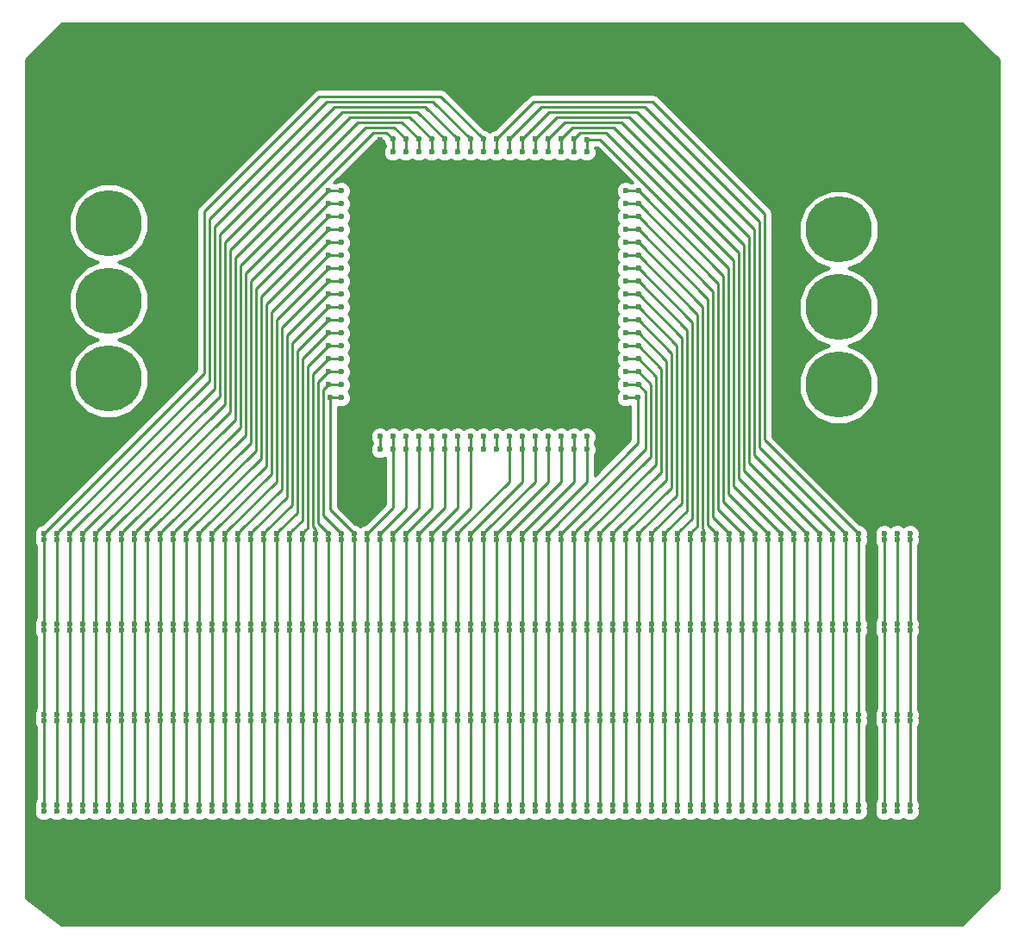
<source format=gbr>
G04 #@! TF.FileFunction,Copper,L2,Inr,Signal*
%FSLAX46Y46*%
G04 Gerber Fmt 4.6, Leading zero omitted, Abs format (unit mm)*
G04 Created by KiCad (PCBNEW 4.0.5) date Monday, February 26, 2018 'PMt' 12:55:55 PM*
%MOMM*%
%LPD*%
G01*
G04 APERTURE LIST*
%ADD10C,0.100000*%
%ADD11C,6.500000*%
%ADD12C,0.600000*%
%ADD13C,0.254000*%
G04 APERTURE END LIST*
D10*
D11*
X163830000Y-108585000D03*
X163830000Y-100965000D03*
X163830000Y-93345000D03*
X235585000Y-109220000D03*
X235585000Y-101600000D03*
X235585000Y-93980000D03*
D12*
X157480000Y-160020000D03*
X160020000Y-160020000D03*
X162560000Y-160020000D03*
X165100000Y-160020000D03*
X167640000Y-160020000D03*
X170180000Y-160020000D03*
X172720000Y-160020000D03*
X175260000Y-160020000D03*
X177800000Y-160020000D03*
X180340000Y-160020000D03*
X182880000Y-160020000D03*
X185420000Y-160020000D03*
X187960000Y-160020000D03*
X190500000Y-160020000D03*
X193040000Y-160020000D03*
X195580000Y-160020000D03*
X198120000Y-160020000D03*
X200660000Y-160020000D03*
X203200000Y-160020000D03*
X205740000Y-160020000D03*
X208280000Y-160020000D03*
X210820000Y-160020000D03*
X213360000Y-160020000D03*
X215900000Y-160020000D03*
X218440000Y-160020000D03*
X220980000Y-160020000D03*
X223520000Y-160020000D03*
X226060000Y-160020000D03*
X228600000Y-160020000D03*
X231140000Y-160020000D03*
X233680000Y-160020000D03*
X236220000Y-160020000D03*
X238760000Y-160020000D03*
X241300000Y-160020000D03*
X243840000Y-160020000D03*
X246380000Y-160020000D03*
X157480000Y-121920000D03*
X157480000Y-119380000D03*
X157480000Y-116840000D03*
X160020000Y-116840000D03*
X157480000Y-91440000D03*
X157480000Y-93980000D03*
X157480000Y-96520000D03*
X157480000Y-99060000D03*
X157480000Y-101600000D03*
X157480000Y-104140000D03*
X157480000Y-106680000D03*
X157480000Y-109220000D03*
X157480000Y-111760000D03*
X157480000Y-114300000D03*
X160020000Y-114300000D03*
X162560000Y-114300000D03*
X165100000Y-114300000D03*
X167640000Y-111760000D03*
X170180000Y-109220000D03*
X170180000Y-106680000D03*
X170180000Y-104140000D03*
X170180000Y-101600000D03*
X170180000Y-99060000D03*
X170180000Y-96520000D03*
X170180000Y-93980000D03*
X170180000Y-91440000D03*
X172720000Y-88900000D03*
X170180000Y-88900000D03*
X167640000Y-88900000D03*
X165100000Y-88900000D03*
X162560000Y-88900000D03*
X160020000Y-88900000D03*
X157480000Y-88900000D03*
X157480000Y-86360000D03*
X160020000Y-86360000D03*
X162560000Y-86360000D03*
X165100000Y-86360000D03*
X167640000Y-86360000D03*
X170180000Y-86360000D03*
X172720000Y-86360000D03*
X175260000Y-86360000D03*
X180340000Y-81280000D03*
X177800000Y-81280000D03*
X177800000Y-83820000D03*
X175260000Y-83820000D03*
X175260000Y-81280000D03*
X172720000Y-81280000D03*
X172720000Y-83820000D03*
X170180000Y-83820000D03*
X170180000Y-81280000D03*
X167640000Y-81280000D03*
X167640000Y-83820000D03*
X165100000Y-83820000D03*
X165100000Y-81280000D03*
X162560000Y-81280000D03*
X162560000Y-83820000D03*
X160020000Y-83820000D03*
X157480000Y-83820000D03*
X157480000Y-81280000D03*
X160020000Y-81280000D03*
X160020000Y-78740000D03*
X160020000Y-76200000D03*
X157480000Y-76200000D03*
X157480000Y-78740000D03*
X162560000Y-78740000D03*
X162560000Y-76200000D03*
X165100000Y-76200000D03*
X165100000Y-78740000D03*
X167640000Y-78740000D03*
X167640000Y-76200000D03*
X170180000Y-76200000D03*
X170180000Y-78740000D03*
X172720000Y-78740000D03*
X172720000Y-76200000D03*
X175260000Y-76200000D03*
X175260000Y-78740000D03*
X177800000Y-78740000D03*
X177800000Y-76200000D03*
X180340000Y-76200000D03*
X180340000Y-78740000D03*
X182880000Y-78740000D03*
X182880000Y-76200000D03*
X185420000Y-76200000D03*
X185420000Y-78740000D03*
X187960000Y-78740000D03*
X187960000Y-76200000D03*
X190500000Y-76200000D03*
X190500000Y-78740000D03*
X193040000Y-78740000D03*
X193040000Y-76200000D03*
X195580000Y-76200000D03*
X195580000Y-78740000D03*
X198120000Y-78740000D03*
X198120000Y-76200000D03*
X200660000Y-76200000D03*
X203200000Y-76200000D03*
X205740000Y-76200000D03*
X205740000Y-78740000D03*
X203200000Y-78740000D03*
X200660000Y-78740000D03*
X200660000Y-81280000D03*
X203200000Y-81280000D03*
X223520000Y-83820000D03*
X226060000Y-83820000D03*
X226060000Y-86360000D03*
X228600000Y-86360000D03*
X241300000Y-119380000D03*
X241300000Y-116840000D03*
X238760000Y-116840000D03*
X236220000Y-116840000D03*
X233680000Y-114300000D03*
X236220000Y-114300000D03*
X238760000Y-114300000D03*
X241300000Y-114300000D03*
X231140000Y-86360000D03*
X233680000Y-86360000D03*
X236220000Y-86360000D03*
X238760000Y-86360000D03*
X241300000Y-86360000D03*
X241300000Y-88900000D03*
X241300000Y-91440000D03*
X243840000Y-93980000D03*
X243840000Y-96520000D03*
X243840000Y-99060000D03*
X243840000Y-101600000D03*
X243840000Y-104140000D03*
X243840000Y-106680000D03*
X243840000Y-109220000D03*
X243840000Y-111760000D03*
X243840000Y-114300000D03*
X243840000Y-116840000D03*
X243840000Y-119380000D03*
X246380000Y-121920000D03*
X246380000Y-119380000D03*
X246380000Y-116840000D03*
X246380000Y-114300000D03*
X246380000Y-111760000D03*
X246380000Y-109220000D03*
X246380000Y-106680000D03*
X246380000Y-104140000D03*
X246380000Y-101600000D03*
X246380000Y-99060000D03*
X246380000Y-96520000D03*
X248920000Y-96520000D03*
X248920000Y-99060000D03*
X248920000Y-101600000D03*
X248920000Y-104140000D03*
X248920000Y-106680000D03*
X248920000Y-109220000D03*
X248920000Y-111760000D03*
X248920000Y-114300000D03*
X248920000Y-116840000D03*
X248920000Y-119380000D03*
X248920000Y-121920000D03*
X200660000Y-101600000D03*
X200660000Y-99060000D03*
X198120000Y-99060000D03*
X198120000Y-101600000D03*
X198120000Y-104140000D03*
X200660000Y-104140000D03*
X203200000Y-104140000D03*
X203200000Y-101600000D03*
X203200000Y-99060000D03*
X203200000Y-96520000D03*
X200660000Y-96520000D03*
X198120000Y-96520000D03*
X195580000Y-96520000D03*
X195580000Y-99060000D03*
X195580000Y-101600000D03*
X195580000Y-104140000D03*
X195580000Y-106680000D03*
X198120000Y-106680000D03*
X200660000Y-106680000D03*
X203200000Y-106680000D03*
X205740000Y-106680000D03*
X205740000Y-104140000D03*
X205740000Y-101600000D03*
X205740000Y-99060000D03*
X205740000Y-96520000D03*
X205740000Y-93980000D03*
X203200000Y-93980000D03*
X200660000Y-93980000D03*
X198120000Y-93980000D03*
X195580000Y-93980000D03*
X193040000Y-93980000D03*
X193040000Y-96520000D03*
X193040000Y-99060000D03*
X193040000Y-101600000D03*
X193040000Y-104140000D03*
X193040000Y-106680000D03*
X193040000Y-109220000D03*
X195580000Y-109220000D03*
X198120000Y-109220000D03*
X200660000Y-109220000D03*
X203200000Y-109220000D03*
X205740000Y-109220000D03*
X208280000Y-109220000D03*
X208280000Y-106680000D03*
X208280000Y-104140000D03*
X208280000Y-101600000D03*
X208280000Y-99060000D03*
X208280000Y-96520000D03*
X208280000Y-93980000D03*
X208280000Y-91440000D03*
X205740000Y-91440000D03*
X203200000Y-91440000D03*
X200660000Y-91440000D03*
X198120000Y-91440000D03*
X195580000Y-91440000D03*
X193040000Y-91440000D03*
X248666000Y-159004000D03*
X248666000Y-153416000D03*
X248666000Y-150114000D03*
X248666000Y-144526000D03*
X248666000Y-141224000D03*
X248666000Y-135636000D03*
X248666000Y-132334000D03*
X248666000Y-126746000D03*
X190500000Y-85145379D03*
X238760000Y-123825000D03*
X238760000Y-124460000D03*
X238760000Y-132715000D03*
X238760000Y-133350000D03*
X238760000Y-141605000D03*
X238760000Y-142240000D03*
X238760000Y-150495000D03*
X238760000Y-151130000D03*
X190500000Y-86360000D03*
X242570000Y-124460000D03*
X242570000Y-123825000D03*
X242570000Y-132715000D03*
X242570000Y-133350000D03*
X242570000Y-141605000D03*
X242570000Y-142240000D03*
X242570000Y-150495000D03*
X242570000Y-151130000D03*
X201930000Y-115570000D03*
X201930000Y-114300000D03*
X241300000Y-124460000D03*
X241300000Y-123825000D03*
X241300000Y-132715000D03*
X241300000Y-133350000D03*
X241300000Y-141605000D03*
X241300000Y-142240000D03*
X241300000Y-150495000D03*
X241300000Y-151130000D03*
X200660000Y-115570000D03*
X200660000Y-114300000D03*
X240030000Y-123825000D03*
X240030000Y-124460000D03*
X240030000Y-132715000D03*
X240030000Y-133350000D03*
X240030000Y-141605000D03*
X240030000Y-142240000D03*
X240030000Y-150495000D03*
X240030000Y-151130000D03*
X190500000Y-115570000D03*
X190500000Y-114300000D03*
X237490000Y-123825000D03*
X237490000Y-124460000D03*
X237490000Y-132715000D03*
X237490000Y-133350000D03*
X237490000Y-141605000D03*
X237490000Y-142240000D03*
X237490000Y-150495000D03*
X237490000Y-151130000D03*
X201930000Y-85090000D03*
X201930000Y-86360000D03*
X236220000Y-123825000D03*
X236220000Y-124460000D03*
X236220000Y-132715000D03*
X236220000Y-133350000D03*
X236220000Y-141605000D03*
X236220000Y-142240000D03*
X236220000Y-150495000D03*
X236220000Y-151130000D03*
X203200000Y-85090000D03*
X203200000Y-86360000D03*
X234950000Y-123825000D03*
X234950000Y-124460000D03*
X234950000Y-132715000D03*
X234950000Y-133350000D03*
X234950000Y-141605000D03*
X234950000Y-142240000D03*
X234950000Y-150495000D03*
X234950000Y-151130000D03*
X204470000Y-85090000D03*
X204470000Y-86360000D03*
X233680000Y-123825000D03*
X233680000Y-124460000D03*
X233680000Y-132715000D03*
X233680000Y-133350000D03*
X233680000Y-141605000D03*
X233680000Y-142240000D03*
X233680000Y-150495000D03*
X233680000Y-151130000D03*
X205740000Y-85090000D03*
X205740000Y-86360000D03*
X232410000Y-123825000D03*
X232410000Y-124460000D03*
X232410000Y-132715000D03*
X232410000Y-133350000D03*
X232410000Y-141605000D03*
X232410000Y-142240000D03*
X232410000Y-150495000D03*
X232410000Y-151130000D03*
X207010000Y-85090000D03*
X207010000Y-86360000D03*
X231140000Y-123825000D03*
X231140000Y-124460000D03*
X231140000Y-132715000D03*
X231140000Y-133350000D03*
X231140000Y-141605000D03*
X231140000Y-142240000D03*
X231140000Y-150495000D03*
X231140000Y-151130000D03*
X208280000Y-85090000D03*
X208280000Y-86360000D03*
X229870000Y-123825000D03*
X229870000Y-124460000D03*
X229870000Y-132715000D03*
X229870000Y-133350000D03*
X229870000Y-141605000D03*
X229870000Y-142240000D03*
X229870000Y-150495000D03*
X229870000Y-151130000D03*
X209550000Y-85090000D03*
X209550000Y-86360000D03*
X210820000Y-85136010D03*
X228600000Y-123825000D03*
X228600000Y-124460000D03*
X228600000Y-132715000D03*
X228600000Y-133350000D03*
X228600000Y-141605000D03*
X228600000Y-142240000D03*
X228600000Y-150495000D03*
X228600000Y-151130000D03*
X210820000Y-86360000D03*
X227330000Y-123825000D03*
X227330000Y-124460000D03*
X227330000Y-132715000D03*
X227330000Y-133350000D03*
X227330000Y-141605000D03*
X227330000Y-142240000D03*
X227330000Y-150495000D03*
X227330000Y-151130000D03*
X215900000Y-90170000D03*
X214630000Y-90170000D03*
X226060000Y-123825000D03*
X226060000Y-124460000D03*
X226060000Y-132715000D03*
X226060000Y-133350000D03*
X226060000Y-141605000D03*
X226060000Y-142240000D03*
X226060000Y-150495000D03*
X226060000Y-151130000D03*
X215900000Y-91440000D03*
X214630000Y-91440000D03*
X224790000Y-123825000D03*
X224790000Y-124460000D03*
X224790000Y-132715000D03*
X224790000Y-133350000D03*
X224790000Y-141605000D03*
X224790000Y-142240000D03*
X224790000Y-150495000D03*
X224790000Y-151130000D03*
X215900000Y-92710000D03*
X214630000Y-92710000D03*
X223520000Y-123825000D03*
X223520000Y-124460000D03*
X223520000Y-132715000D03*
X223520000Y-133350000D03*
X223520000Y-141605000D03*
X223520000Y-142240000D03*
X223520000Y-150495000D03*
X223520000Y-151130000D03*
X215900000Y-93980000D03*
X214630000Y-93980000D03*
X222250000Y-123825000D03*
X222250000Y-124460000D03*
X222250000Y-132715000D03*
X222250000Y-133350000D03*
X222250000Y-141605000D03*
X222250000Y-142240000D03*
X222250000Y-150495000D03*
X222250000Y-151130000D03*
X215900000Y-95250000D03*
X214630000Y-95250000D03*
X220980000Y-123825000D03*
X220980000Y-124460000D03*
X220980000Y-132715000D03*
X220980000Y-133350000D03*
X220980000Y-141605000D03*
X220980000Y-142240000D03*
X220980000Y-150495000D03*
X220980000Y-151130000D03*
X215900000Y-96520000D03*
X214630000Y-96520000D03*
X219710000Y-123825000D03*
X219710000Y-124460000D03*
X219710000Y-132715000D03*
X219710000Y-133350000D03*
X219710000Y-141605000D03*
X219710000Y-142240000D03*
X219710000Y-150495000D03*
X219710000Y-151130000D03*
X215900000Y-97790000D03*
X214630000Y-97790000D03*
X218440000Y-123825000D03*
X218440000Y-124460000D03*
X218440000Y-132715000D03*
X218440000Y-133350000D03*
X218440000Y-141605000D03*
X218440000Y-142240000D03*
X218440000Y-150495000D03*
X218440000Y-151130000D03*
X215900000Y-99060000D03*
X214630000Y-99060000D03*
X217170000Y-123825000D03*
X217170000Y-124460000D03*
X217170000Y-132715000D03*
X217170000Y-133350000D03*
X217170000Y-141605000D03*
X217170000Y-142240000D03*
X217170000Y-150495000D03*
X217170000Y-151130000D03*
X215900000Y-100330000D03*
X214630000Y-100330000D03*
X215900000Y-123825000D03*
X215900000Y-124460000D03*
X215900000Y-132715000D03*
X215900000Y-133350000D03*
X215900000Y-141605000D03*
X215900000Y-142240000D03*
X215900000Y-150495000D03*
X215900000Y-151130000D03*
X215900000Y-101600000D03*
X214630000Y-101600000D03*
X214630000Y-123825000D03*
X214630000Y-124460000D03*
X214630000Y-132715000D03*
X214630000Y-133350000D03*
X214630000Y-141605000D03*
X214630000Y-142240000D03*
X214630000Y-150495000D03*
X214630000Y-151130000D03*
X215900000Y-102870000D03*
X214630000Y-102870000D03*
X213360000Y-123825000D03*
X213360000Y-124460000D03*
X213360000Y-132715000D03*
X213360000Y-133350000D03*
X213360000Y-141605000D03*
X213360000Y-142240000D03*
X213360000Y-150495000D03*
X213360000Y-151130000D03*
X215900000Y-104140000D03*
X214630000Y-104140000D03*
X212090000Y-123825000D03*
X212090000Y-124460000D03*
X212090000Y-132715000D03*
X212090000Y-133350000D03*
X212090000Y-141605000D03*
X212090000Y-142240000D03*
X212090000Y-150495000D03*
X212090000Y-151130000D03*
X215900000Y-105410000D03*
X214630000Y-105410000D03*
X210820000Y-123825000D03*
X210820000Y-124460000D03*
X210820000Y-132715000D03*
X210820000Y-133350000D03*
X210820000Y-141605000D03*
X210820000Y-142240000D03*
X210820000Y-150495000D03*
X210820000Y-151130000D03*
X215900000Y-106680000D03*
X214630000Y-106680000D03*
X209550000Y-123825000D03*
X209550000Y-124460000D03*
X209550000Y-132715000D03*
X209550000Y-133350000D03*
X209550000Y-141605000D03*
X209550000Y-142240000D03*
X209550000Y-150495000D03*
X209550000Y-151130000D03*
X215900000Y-107950000D03*
X214630000Y-107950000D03*
X208280000Y-123825000D03*
X208280000Y-124460000D03*
X208280000Y-132715000D03*
X208280000Y-133350000D03*
X208280000Y-141605000D03*
X208280000Y-142240000D03*
X208280000Y-150495000D03*
X208280000Y-151130000D03*
X215900000Y-109220000D03*
X214630000Y-109220000D03*
X215880263Y-110490000D03*
X207010000Y-123825000D03*
X207010000Y-124460000D03*
X207010000Y-132715000D03*
X207010000Y-133350000D03*
X207010000Y-141605000D03*
X207010000Y-142240000D03*
X207010000Y-150495000D03*
X207010000Y-151130000D03*
X214630000Y-110490000D03*
X205740000Y-123825000D03*
X205740000Y-124460000D03*
X205740000Y-132715000D03*
X205740000Y-133350000D03*
X205740000Y-141605000D03*
X205740000Y-142240000D03*
X205740000Y-150495000D03*
X205740000Y-151130000D03*
X210820000Y-115570000D03*
X210820000Y-114300000D03*
X204470000Y-123825000D03*
X204470000Y-124460000D03*
X204470000Y-132715000D03*
X204470000Y-133350000D03*
X204470000Y-141605000D03*
X204470000Y-142240000D03*
X204470000Y-150495000D03*
X204470000Y-151130000D03*
X209550000Y-115570000D03*
X209550000Y-114300000D03*
X203200000Y-123825000D03*
X203200000Y-124460000D03*
X203200000Y-132715000D03*
X203200000Y-133350000D03*
X203200000Y-141605000D03*
X203200000Y-142240000D03*
X203200000Y-150495000D03*
X203200000Y-151130000D03*
X208280000Y-115570000D03*
X208280000Y-114300000D03*
X201930000Y-123825000D03*
X201930000Y-124460000D03*
X201930000Y-132715000D03*
X201930000Y-133350000D03*
X201930000Y-141605000D03*
X201930000Y-142240000D03*
X201930000Y-150495000D03*
X201930000Y-151130000D03*
X207010000Y-115570000D03*
X207010000Y-114300000D03*
X200660000Y-123825000D03*
X200660000Y-124460000D03*
X200660000Y-132715000D03*
X200660000Y-133350000D03*
X200660000Y-141605000D03*
X200660000Y-142240000D03*
X200660000Y-150495000D03*
X200660000Y-151130000D03*
X205740000Y-115570000D03*
X205740000Y-114300000D03*
X199390000Y-123825000D03*
X199390000Y-124460000D03*
X199390000Y-132715000D03*
X199390000Y-133350000D03*
X199390000Y-141605000D03*
X199390000Y-142240000D03*
X199390000Y-150495000D03*
X199390000Y-151130000D03*
X204470000Y-115570000D03*
X204470000Y-114300000D03*
X198120000Y-123825000D03*
X198120000Y-124460000D03*
X198120000Y-132715000D03*
X198120000Y-133350000D03*
X198120000Y-141605000D03*
X198120000Y-142240000D03*
X198120000Y-150495000D03*
X198120000Y-151130000D03*
X203200000Y-115570000D03*
X203200000Y-114300000D03*
X196850000Y-123825000D03*
X196850000Y-124460000D03*
X196850000Y-132715000D03*
X196850000Y-133350000D03*
X196850000Y-141605000D03*
X196850000Y-142240000D03*
X196850000Y-150495000D03*
X196850000Y-151130000D03*
X199390000Y-115570000D03*
X199390000Y-114300000D03*
X195580000Y-123825000D03*
X195580000Y-124460000D03*
X195580000Y-132715000D03*
X195580000Y-133350000D03*
X195580000Y-141605000D03*
X195580000Y-142240000D03*
X195580000Y-150495000D03*
X195580000Y-151130000D03*
X198120000Y-115570000D03*
X198120000Y-114300000D03*
X194310000Y-123825000D03*
X194310000Y-124460000D03*
X194310000Y-132715000D03*
X194310000Y-133350000D03*
X194310000Y-141605000D03*
X194310000Y-142240000D03*
X194310000Y-150495000D03*
X194310000Y-151130000D03*
X196850000Y-115570000D03*
X196850000Y-114300000D03*
X193040000Y-123825000D03*
X193040000Y-124460000D03*
X193040000Y-132715000D03*
X193040000Y-133350000D03*
X193040000Y-141605000D03*
X193040000Y-142240000D03*
X193040000Y-150495000D03*
X193040000Y-151130000D03*
X195580000Y-115570000D03*
X195580000Y-114300000D03*
X191770000Y-123825000D03*
X191770000Y-124460000D03*
X191770000Y-132715000D03*
X191770000Y-133350000D03*
X191770000Y-141605000D03*
X191770000Y-142240000D03*
X191770000Y-150495000D03*
X191770000Y-151130000D03*
X194310000Y-115570000D03*
X194310000Y-114300000D03*
X190500000Y-123825000D03*
X190500000Y-124460000D03*
X190500000Y-132715000D03*
X190500000Y-133350000D03*
X190500000Y-141605000D03*
X190500000Y-142240000D03*
X190500000Y-150495000D03*
X190500000Y-151130000D03*
X193040000Y-115570000D03*
X193040000Y-114300000D03*
X189230000Y-123825000D03*
X189230000Y-124460000D03*
X189230000Y-132715000D03*
X189230000Y-133350000D03*
X189230000Y-141605000D03*
X189230000Y-142240000D03*
X189230000Y-150495000D03*
X189230000Y-151130000D03*
X191770000Y-115570000D03*
X191770000Y-114300000D03*
X185619404Y-110490000D03*
X187960000Y-123825000D03*
X187960000Y-124460000D03*
X187960000Y-132715000D03*
X187960000Y-133350000D03*
X187960000Y-141605000D03*
X187960000Y-142240000D03*
X187960000Y-150495000D03*
X187960000Y-151130000D03*
X186690000Y-110490000D03*
X186690000Y-123825000D03*
X186690000Y-124460000D03*
X186690000Y-132715000D03*
X186690000Y-133350000D03*
X186690000Y-141605000D03*
X186690000Y-142240000D03*
X186690000Y-150495000D03*
X186690000Y-151130000D03*
X185420000Y-109220000D03*
X186690000Y-109220000D03*
X185420000Y-123825000D03*
X185420000Y-124460000D03*
X185420000Y-132715000D03*
X185420000Y-133350000D03*
X185420000Y-141605000D03*
X185420000Y-142240000D03*
X185420000Y-150495000D03*
X185420000Y-151130000D03*
X185420000Y-107950000D03*
X186690000Y-107950000D03*
X184150000Y-123825000D03*
X184150000Y-124460000D03*
X184150000Y-132715000D03*
X184150000Y-133350000D03*
X184150000Y-141605000D03*
X184150000Y-142240000D03*
X184150000Y-150495000D03*
X184150000Y-151130000D03*
X185420000Y-106680000D03*
X186690000Y-106680000D03*
X182880000Y-123825000D03*
X182880000Y-124460000D03*
X182880000Y-132715000D03*
X182880000Y-133350000D03*
X182880000Y-141605000D03*
X182880000Y-142240000D03*
X182880000Y-150495000D03*
X182880000Y-151130000D03*
X185420000Y-105410000D03*
X186690000Y-105410000D03*
X181610000Y-123825000D03*
X181610000Y-124460000D03*
X181610000Y-132715000D03*
X181610000Y-133350000D03*
X181610000Y-141605000D03*
X181610000Y-142240000D03*
X181610000Y-150495000D03*
X181610000Y-151130000D03*
X185420000Y-104140000D03*
X186690000Y-104140000D03*
X180340000Y-123825000D03*
X180340000Y-124460000D03*
X180340000Y-132715000D03*
X180340000Y-133350000D03*
X180340000Y-141605000D03*
X180340000Y-142240000D03*
X180340000Y-150495000D03*
X180340000Y-151130000D03*
X185420000Y-102870000D03*
X186690000Y-102870000D03*
X179070000Y-123825000D03*
X179070000Y-124460000D03*
X179070000Y-132715000D03*
X179070000Y-133350000D03*
X179070000Y-141605000D03*
X179070000Y-142240000D03*
X179070000Y-150495000D03*
X179070000Y-151130000D03*
X185420000Y-101600000D03*
X186690000Y-101600000D03*
X177800000Y-123825000D03*
X177800000Y-124460000D03*
X177800000Y-132715000D03*
X177800000Y-133350000D03*
X177800000Y-141605000D03*
X177800000Y-142240000D03*
X177800000Y-150495000D03*
X177800000Y-151130000D03*
X185420000Y-100330000D03*
X186690000Y-100330000D03*
X176530000Y-123825000D03*
X176530000Y-124460000D03*
X176530000Y-132715000D03*
X176530000Y-133350000D03*
X176530000Y-141605000D03*
X176530000Y-142240000D03*
X176530000Y-150495000D03*
X176530000Y-151130000D03*
X185420000Y-99060000D03*
X186690000Y-99060000D03*
X175260000Y-123825000D03*
X175260000Y-124460000D03*
X175260000Y-132715000D03*
X175260000Y-133350000D03*
X175260000Y-141605000D03*
X175260000Y-142240000D03*
X175260000Y-150495000D03*
X175260000Y-151130000D03*
X185420000Y-97790000D03*
X186690000Y-97790000D03*
X173990000Y-123825000D03*
X173990000Y-124460000D03*
X173990000Y-132715000D03*
X173990000Y-133350000D03*
X173990000Y-141605000D03*
X173990000Y-142240000D03*
X173990000Y-150495000D03*
X173990000Y-151130000D03*
X185420000Y-96520000D03*
X186690000Y-96520000D03*
X172720000Y-123825000D03*
X172720000Y-124460000D03*
X172720000Y-132715000D03*
X172720000Y-133350000D03*
X172720000Y-141605000D03*
X172720000Y-142240000D03*
X172720000Y-150495000D03*
X172720000Y-151130000D03*
X185420000Y-95250000D03*
X186690000Y-95250000D03*
X171450000Y-123825000D03*
X171450000Y-124460000D03*
X171450000Y-132715000D03*
X171450000Y-133350000D03*
X171450000Y-141605000D03*
X171450000Y-142240000D03*
X171450000Y-150495000D03*
X171450000Y-151130000D03*
X185420000Y-93980000D03*
X186690000Y-93980000D03*
X170180000Y-123825000D03*
X170180000Y-124460000D03*
X170180000Y-132715000D03*
X170180000Y-133350000D03*
X170180000Y-141605000D03*
X170180000Y-142240000D03*
X170180000Y-150495000D03*
X170180000Y-151130000D03*
X185420000Y-92710000D03*
X186690000Y-92710000D03*
X168910000Y-123825000D03*
X168910000Y-124460000D03*
X168910000Y-132715000D03*
X168910000Y-133350000D03*
X168910000Y-141605000D03*
X168910000Y-142240000D03*
X168910000Y-150495000D03*
X168910000Y-151130000D03*
X185420000Y-91440000D03*
X186690000Y-91440000D03*
X167640000Y-123825000D03*
X167640000Y-124460000D03*
X167640000Y-132715000D03*
X167640000Y-133350000D03*
X167640000Y-141605000D03*
X167640000Y-142240000D03*
X167640000Y-150495000D03*
X167640000Y-151130000D03*
X185420000Y-90170000D03*
X186690000Y-90170000D03*
X166370000Y-123825000D03*
X166370000Y-124460000D03*
X166370000Y-132715000D03*
X166370000Y-133350000D03*
X166370000Y-141605000D03*
X166370000Y-142240000D03*
X166370000Y-150495000D03*
X166370000Y-151130000D03*
X191770000Y-85090000D03*
X191770000Y-86360000D03*
X165100000Y-123825000D03*
X165100000Y-124460000D03*
X165100000Y-132715000D03*
X165100000Y-133350000D03*
X165100000Y-141605000D03*
X165100000Y-142240000D03*
X165100000Y-150495000D03*
X165100000Y-151130000D03*
X193040000Y-85090000D03*
X193040000Y-86360000D03*
X163830000Y-123825000D03*
X163830000Y-124460000D03*
X163830000Y-132715000D03*
X163830000Y-133350000D03*
X163830000Y-141605000D03*
X163830000Y-142240000D03*
X163830000Y-150495000D03*
X163830000Y-151130000D03*
X194310000Y-85090000D03*
X194310000Y-86360000D03*
X162560000Y-123825000D03*
X162560000Y-124460000D03*
X162560000Y-132715000D03*
X162560000Y-133350000D03*
X162560000Y-141605000D03*
X162560000Y-142240000D03*
X162560000Y-150495000D03*
X162560000Y-151130000D03*
X195580000Y-85090000D03*
X195580000Y-86360000D03*
X161290000Y-123825000D03*
X161290000Y-124460000D03*
X161290000Y-132715000D03*
X161290000Y-133350000D03*
X161290000Y-141605000D03*
X161290000Y-142240000D03*
X161290000Y-150495000D03*
X161290000Y-151130000D03*
X196850000Y-85090000D03*
X196850000Y-86360000D03*
X160020000Y-123825000D03*
X160020000Y-124460000D03*
X160020000Y-132715000D03*
X160020000Y-133350000D03*
X160020000Y-141605000D03*
X160020000Y-142240000D03*
X160020000Y-150495000D03*
X160020000Y-151130000D03*
X198120000Y-85090000D03*
X198120000Y-86360000D03*
X158750000Y-123825000D03*
X158750000Y-124460000D03*
X158750000Y-132715000D03*
X158750000Y-133350000D03*
X158750000Y-141605000D03*
X158750000Y-142240000D03*
X158750000Y-150495000D03*
X158750000Y-151130000D03*
X199390000Y-85090000D03*
X199390000Y-86360000D03*
X157480000Y-123825000D03*
X157480000Y-124460000D03*
X157480000Y-132715000D03*
X157480000Y-133350000D03*
X157480000Y-141605000D03*
X157480000Y-142240000D03*
X157480000Y-150495000D03*
X157480000Y-151130000D03*
X200660000Y-85090000D03*
X200660000Y-86360000D03*
D13*
X190500000Y-86360000D02*
X190500000Y-85145379D01*
X238760000Y-123825000D02*
X238760000Y-151130000D01*
X242570000Y-123825000D02*
X242570000Y-151130000D01*
X201930000Y-114300000D02*
X201930000Y-115570000D01*
X241300000Y-123825000D02*
X241300000Y-151130000D01*
X200660000Y-114300000D02*
X200660000Y-115570000D01*
X240030000Y-123825000D02*
X240030000Y-151130000D01*
X190500000Y-114300000D02*
X190500000Y-115570000D01*
X228288827Y-114623827D02*
X237190001Y-123525001D01*
X228288827Y-92398827D02*
X228288827Y-114623827D01*
X217293414Y-81403414D02*
X228288827Y-92398827D01*
X205616586Y-81403414D02*
X217293414Y-81403414D01*
X201930000Y-85090000D02*
X205616586Y-81403414D01*
X237190001Y-123525001D02*
X237490000Y-123825000D01*
X237490000Y-123825000D02*
X237490000Y-151130000D01*
X201930000Y-86360000D02*
X201930000Y-85090000D01*
X227780816Y-93160816D02*
X227780816Y-115385816D01*
X203200000Y-85090000D02*
X206378575Y-81911425D01*
X206378575Y-81911425D02*
X216531425Y-81911425D01*
X235920001Y-123525001D02*
X236220000Y-123825000D01*
X227780816Y-115385816D02*
X235920001Y-123525001D01*
X216531425Y-81911425D02*
X227780816Y-93160816D01*
X236220000Y-123825000D02*
X236220000Y-151130000D01*
X203200000Y-86360000D02*
X203200000Y-85090000D01*
X227272805Y-116147805D02*
X234650001Y-123525001D01*
X234650001Y-123525001D02*
X234950000Y-123825000D01*
X215769436Y-82419436D02*
X227272805Y-93922805D01*
X207140564Y-82419436D02*
X215769436Y-82419436D01*
X227272805Y-93922805D02*
X227272805Y-116147805D01*
X204470000Y-85090000D02*
X207140564Y-82419436D01*
X234950000Y-123825000D02*
X234950000Y-151130000D01*
X204470000Y-86360000D02*
X204470000Y-85090000D01*
X205740000Y-85090000D02*
X207902553Y-82927447D01*
X226764794Y-116909794D02*
X233380001Y-123525001D01*
X207902553Y-82927447D02*
X215007447Y-82927447D01*
X233380001Y-123525001D02*
X233680000Y-123825000D01*
X215007447Y-82927447D02*
X226764794Y-94684794D01*
X226764794Y-94684794D02*
X226764794Y-116909794D01*
X233680000Y-123825000D02*
X233680000Y-151130000D01*
X205740000Y-86360000D02*
X205740000Y-85090000D01*
X226256783Y-95446783D02*
X226256783Y-117671783D01*
X232110001Y-123525001D02*
X232410000Y-123825000D01*
X207010000Y-85090000D02*
X208664542Y-83435458D01*
X214245458Y-83435458D02*
X226256783Y-95446783D01*
X208664542Y-83435458D02*
X214245458Y-83435458D01*
X226256783Y-117671783D02*
X232110001Y-123525001D01*
X232410000Y-123825000D02*
X232410000Y-151130000D01*
X207010000Y-86360000D02*
X207010000Y-85090000D01*
X213483469Y-83943469D02*
X225748772Y-96208772D01*
X209426531Y-83943469D02*
X213483469Y-83943469D01*
X225748772Y-118433771D02*
X230840001Y-123525001D01*
X208280000Y-85090000D02*
X209426531Y-83943469D01*
X225748772Y-96208772D02*
X225748772Y-118433771D01*
X230840001Y-123525001D02*
X231140000Y-123825000D01*
X231140000Y-123825000D02*
X231140000Y-151130000D01*
X208280000Y-86360000D02*
X208280000Y-85090000D01*
X225240761Y-119195761D02*
X229570001Y-123525001D01*
X209550000Y-85090000D02*
X210185000Y-84455000D01*
X210185000Y-84455000D02*
X212725000Y-84455000D01*
X229570001Y-123525001D02*
X229870000Y-123825000D01*
X212725000Y-84455000D02*
X225240761Y-96970761D01*
X225240761Y-96970761D02*
X225240761Y-119195761D01*
X229870000Y-123825000D02*
X229870000Y-151130000D01*
X209550000Y-86360000D02*
X209550000Y-85090000D01*
X212136010Y-85136010D02*
X211244264Y-85136010D01*
X224732751Y-119957751D02*
X224732751Y-97732751D01*
X228600000Y-123825000D02*
X224732751Y-119957751D01*
X211244264Y-85136010D02*
X210820000Y-85136010D01*
X224732751Y-97732751D02*
X212136010Y-85136010D01*
X210820000Y-86360000D02*
X210820000Y-85136010D01*
X228600000Y-123825000D02*
X228600000Y-151130000D01*
X224224741Y-120719741D02*
X227030001Y-123525001D01*
X215900000Y-90170000D02*
X224224741Y-98494741D01*
X224224741Y-98494741D02*
X224224741Y-120719741D01*
X227030001Y-123525001D02*
X227330000Y-123825000D01*
X227330000Y-123825000D02*
X227330000Y-151130000D01*
X214630000Y-90170000D02*
X215900000Y-90170000D01*
X223716731Y-121481731D02*
X225760001Y-123525001D01*
X215900000Y-91440000D02*
X223716731Y-99256731D01*
X225760001Y-123525001D02*
X226060000Y-123825000D01*
X223716731Y-99256731D02*
X223716731Y-121481731D01*
X226060000Y-123825000D02*
X226060000Y-151130000D01*
X214630000Y-91440000D02*
X215900000Y-91440000D01*
X223208721Y-122243721D02*
X224490001Y-123525001D01*
X224490001Y-123525001D02*
X224790000Y-123825000D01*
X223208721Y-100018721D02*
X223208721Y-122243721D01*
X215900000Y-92710000D02*
X223208721Y-100018721D01*
X224790000Y-123825000D02*
X224790000Y-151130000D01*
X214630000Y-92710000D02*
X215900000Y-92710000D01*
X222700711Y-123005711D02*
X223220001Y-123525001D01*
X215900000Y-93980000D02*
X222700711Y-100780711D01*
X222700711Y-100780711D02*
X222700711Y-123005711D01*
X223220001Y-123525001D02*
X223520000Y-123825000D01*
X223520000Y-123825000D02*
X223520000Y-151130000D01*
X214630000Y-93980000D02*
X215900000Y-93980000D01*
X215900000Y-95250000D02*
X222192701Y-101542701D01*
X222250000Y-123400736D02*
X222250000Y-123825000D01*
X222192701Y-123343437D02*
X222250000Y-123400736D01*
X222192701Y-101542701D02*
X222192701Y-123343437D01*
X222250000Y-123825000D02*
X222250000Y-151130000D01*
X214630000Y-95250000D02*
X215900000Y-95250000D01*
X221684691Y-123120309D02*
X221279999Y-123525001D01*
X215900000Y-96520000D02*
X221684691Y-102304691D01*
X221684691Y-102304691D02*
X221684691Y-123120309D01*
X221279999Y-123525001D02*
X220980000Y-123825000D01*
X220980000Y-123825000D02*
X220980000Y-151130000D01*
X214630000Y-96520000D02*
X215900000Y-96520000D01*
X220009999Y-123525001D02*
X219710000Y-123825000D01*
X221176681Y-122358319D02*
X220009999Y-123525001D01*
X221176681Y-103066681D02*
X221176681Y-122358319D01*
X215900000Y-97790000D02*
X221176681Y-103066681D01*
X219710000Y-123825000D02*
X219710000Y-151130000D01*
X214630000Y-97790000D02*
X215900000Y-97790000D01*
X215900000Y-99060000D02*
X220668671Y-103828671D01*
X220668671Y-121596329D02*
X218739999Y-123525001D01*
X218739999Y-123525001D02*
X218440000Y-123825000D01*
X220668671Y-103828671D02*
X220668671Y-121596329D01*
X218440000Y-123825000D02*
X218440000Y-151130000D01*
X214630000Y-99060000D02*
X215900000Y-99060000D01*
X220160661Y-120834339D02*
X217469999Y-123525001D01*
X215900000Y-100330000D02*
X220160661Y-104590661D01*
X220160661Y-104590661D02*
X220160661Y-120834339D01*
X217469999Y-123525001D02*
X217170000Y-123825000D01*
X217170000Y-123825000D02*
X217170000Y-151130000D01*
X214630000Y-100330000D02*
X215900000Y-100330000D01*
X215900000Y-101600000D02*
X219652651Y-105352651D01*
X219652651Y-105352651D02*
X219652651Y-120072349D01*
X216199999Y-123525001D02*
X215900000Y-123825000D01*
X219652651Y-120072349D02*
X216199999Y-123525001D01*
X215900000Y-123825000D02*
X215900000Y-151130000D01*
X214630000Y-101600000D02*
X215900000Y-101600000D01*
X214929999Y-123525001D02*
X214630000Y-123825000D01*
X219144641Y-119310359D02*
X214929999Y-123525001D01*
X219144641Y-106114641D02*
X219144641Y-119310359D01*
X215900000Y-102870000D02*
X219144641Y-106114641D01*
X214630000Y-123825000D02*
X214630000Y-151130000D01*
X214630000Y-102870000D02*
X215900000Y-102870000D01*
X215900000Y-104140000D02*
X218636631Y-106876631D01*
X218636631Y-118548369D02*
X213659999Y-123525001D01*
X213659999Y-123525001D02*
X213360000Y-123825000D01*
X218636631Y-106876631D02*
X218636631Y-118548369D01*
X213360000Y-123825000D02*
X213360000Y-151130000D01*
X214630000Y-104140000D02*
X215900000Y-104140000D01*
X215900000Y-105410000D02*
X218128622Y-107638622D01*
X212389999Y-123525001D02*
X212090000Y-123825000D01*
X218128622Y-117786378D02*
X212389999Y-123525001D01*
X218128622Y-107638622D02*
X218128622Y-117786378D01*
X212090000Y-123825000D02*
X212090000Y-151130000D01*
X214630000Y-105410000D02*
X215900000Y-105410000D01*
X217620611Y-117024389D02*
X211119999Y-123525001D01*
X217620611Y-108400611D02*
X217620611Y-117024389D01*
X215900000Y-106680000D02*
X217620611Y-108400611D01*
X211119999Y-123525001D02*
X210820000Y-123825000D01*
X210820000Y-123825000D02*
X210820000Y-151130000D01*
X214630000Y-106680000D02*
X215900000Y-106680000D01*
X215900000Y-107950000D02*
X217112601Y-109162601D01*
X217112601Y-116262399D02*
X209849999Y-123525001D01*
X217112601Y-109162601D02*
X217112601Y-116262399D01*
X209849999Y-123525001D02*
X209550000Y-123825000D01*
X209550000Y-123825000D02*
X209550000Y-151130000D01*
X214630000Y-107950000D02*
X215900000Y-107950000D01*
X216604591Y-115500409D02*
X208280000Y-123825000D01*
X216604591Y-109924591D02*
X216604591Y-115500409D01*
X215900000Y-109220000D02*
X216604591Y-109924591D01*
X208280000Y-123825000D02*
X208280000Y-151130000D01*
X214630000Y-109220000D02*
X215900000Y-109220000D01*
X214630000Y-110490000D02*
X215880263Y-110490000D01*
X215880263Y-114954737D02*
X215880263Y-110914264D01*
X207010000Y-123825000D02*
X215880263Y-114954737D01*
X215880263Y-110914264D02*
X215880263Y-110490000D01*
X207010000Y-123825000D02*
X207010000Y-151130000D01*
X210820000Y-115570000D02*
X210820000Y-118745000D01*
X210820000Y-118745000D02*
X205740000Y-123825000D01*
X205740000Y-123825000D02*
X205740000Y-151130000D01*
X210820000Y-114300000D02*
X210820000Y-115570000D01*
X209550000Y-115570000D02*
X209550000Y-118745000D01*
X209550000Y-118745000D02*
X204470000Y-123825000D01*
X204470000Y-123825000D02*
X204470000Y-151130000D01*
X209550000Y-114300000D02*
X209550000Y-115570000D01*
X208280000Y-115570000D02*
X208280000Y-118745000D01*
X208280000Y-118745000D02*
X203200000Y-123825000D01*
X203200000Y-123825000D02*
X203200000Y-151130000D01*
X208280000Y-114300000D02*
X208280000Y-115570000D01*
X207010000Y-115570000D02*
X207010000Y-118745000D01*
X207010000Y-118745000D02*
X201930000Y-123825000D01*
X201930000Y-123825000D02*
X201930000Y-151130000D01*
X207010000Y-114300000D02*
X207010000Y-115570000D01*
X205740000Y-115570000D02*
X205748252Y-115578252D01*
X205748252Y-115578252D02*
X205748252Y-118736748D01*
X205748252Y-118736748D02*
X200959999Y-123525001D01*
X200959999Y-123525001D02*
X200660000Y-123825000D01*
X200660000Y-123825000D02*
X200660000Y-151130000D01*
X205740000Y-114300000D02*
X205740000Y-115570000D01*
X204470000Y-115570000D02*
X204470000Y-118745000D01*
X204470000Y-118745000D02*
X199390000Y-123825000D01*
X199390000Y-123825000D02*
X199390000Y-151130000D01*
X204470000Y-114300000D02*
X204470000Y-115570000D01*
X203200000Y-115570000D02*
X203195850Y-115574150D01*
X203195850Y-115574150D02*
X203195850Y-118749150D01*
X203195850Y-118749150D02*
X198419999Y-123525001D01*
X198419999Y-123525001D02*
X198120000Y-123825000D01*
X198120000Y-123825000D02*
X198120000Y-151130000D01*
X203200000Y-114300000D02*
X203200000Y-115570000D01*
X199390000Y-115570000D02*
X199390000Y-121285000D01*
X199390000Y-121285000D02*
X196850000Y-123825000D01*
X196850000Y-123825000D02*
X196850000Y-151130000D01*
X199390000Y-114300000D02*
X199390000Y-115570000D01*
X198120000Y-115570000D02*
X198120000Y-121285000D01*
X198120000Y-121285000D02*
X195580000Y-123825000D01*
X195580000Y-123825000D02*
X195580000Y-151130000D01*
X198120000Y-114300000D02*
X198120000Y-115570000D01*
X196850000Y-115570000D02*
X196850000Y-121285000D01*
X196850000Y-121285000D02*
X194310000Y-123825000D01*
X194310000Y-123825000D02*
X194310000Y-151130000D01*
X196850000Y-114300000D02*
X196850000Y-115570000D01*
X195580000Y-115570000D02*
X195580000Y-121285000D01*
X195580000Y-121285000D02*
X193040000Y-123825000D01*
X193040000Y-123825000D02*
X193040000Y-151130000D01*
X195580000Y-114300000D02*
X195580000Y-115570000D01*
X194310000Y-115570000D02*
X194310000Y-121285000D01*
X194310000Y-121285000D02*
X191770000Y-123825000D01*
X191770000Y-123825000D02*
X191770000Y-151130000D01*
X194310000Y-114300000D02*
X194310000Y-115570000D01*
X193040000Y-115570000D02*
X193040000Y-121285000D01*
X193040000Y-121285000D02*
X190500000Y-123825000D01*
X190500000Y-123825000D02*
X190500000Y-151130000D01*
X193040000Y-114300000D02*
X193040000Y-115570000D01*
X191770000Y-115570000D02*
X191770000Y-121285000D01*
X191770000Y-121285000D02*
X189230000Y-123825000D01*
X189230000Y-123825000D02*
X189230000Y-151130000D01*
X191770000Y-114300000D02*
X191770000Y-115570000D01*
X185619404Y-110914264D02*
X185619404Y-110490000D01*
X185619404Y-121484404D02*
X185619404Y-110914264D01*
X187960000Y-123825000D02*
X185619404Y-121484404D01*
X186690000Y-110490000D02*
X185619404Y-110490000D01*
X187960000Y-123825000D02*
X187960000Y-151130000D01*
X186390001Y-123525001D02*
X186690000Y-123825000D01*
X184938394Y-109701606D02*
X184938394Y-122073394D01*
X184938394Y-122073394D02*
X186390001Y-123525001D01*
X185420000Y-109220000D02*
X184938394Y-109701606D01*
X186690000Y-123825000D02*
X186690000Y-151130000D01*
X186690000Y-109220000D02*
X185420000Y-109220000D01*
X184430384Y-108939616D02*
X184430384Y-122835384D01*
X184430384Y-122835384D02*
X185120001Y-123525001D01*
X185120001Y-123525001D02*
X185420000Y-123825000D01*
X185420000Y-107950000D02*
X184430384Y-108939616D01*
X185420000Y-123825000D02*
X185420000Y-151130000D01*
X186690000Y-107950000D02*
X185420000Y-107950000D01*
X183922374Y-108177626D02*
X183922374Y-123173110D01*
X185420000Y-106680000D02*
X183922374Y-108177626D01*
X183922374Y-123173110D02*
X184150000Y-123400736D01*
X184150000Y-123400736D02*
X184150000Y-123825000D01*
X184150000Y-123825000D02*
X184150000Y-151130000D01*
X186690000Y-106680000D02*
X185420000Y-106680000D01*
X183414364Y-107415636D02*
X183414364Y-123290636D01*
X183414364Y-123290636D02*
X183179999Y-123525001D01*
X185420000Y-105410000D02*
X183414364Y-107415636D01*
X183179999Y-123525001D02*
X182880000Y-123825000D01*
X182880000Y-123825000D02*
X182880000Y-151130000D01*
X186690000Y-105410000D02*
X185420000Y-105410000D01*
X182906354Y-122528646D02*
X181909999Y-123525001D01*
X181909999Y-123525001D02*
X181610000Y-123825000D01*
X182906354Y-106653646D02*
X182906354Y-122528646D01*
X185420000Y-104140000D02*
X182906354Y-106653646D01*
X181610000Y-123825000D02*
X181610000Y-151130000D01*
X186690000Y-104140000D02*
X185420000Y-104140000D01*
X185420000Y-102870000D02*
X182398344Y-105891656D01*
X182398344Y-105891656D02*
X182398344Y-121766656D01*
X182398344Y-121766656D02*
X180639999Y-123525001D01*
X180639999Y-123525001D02*
X180340000Y-123825000D01*
X180340000Y-123825000D02*
X180340000Y-151130000D01*
X186690000Y-102870000D02*
X185420000Y-102870000D01*
X179369999Y-123525001D02*
X179070000Y-123825000D01*
X181890334Y-121004666D02*
X179369999Y-123525001D01*
X181890334Y-105129666D02*
X181890334Y-121004666D01*
X185420000Y-101600000D02*
X181890334Y-105129666D01*
X179070000Y-123825000D02*
X179070000Y-151130000D01*
X186690000Y-101600000D02*
X185420000Y-101600000D01*
X178099999Y-123525001D02*
X177800000Y-123825000D01*
X181382324Y-120242676D02*
X178099999Y-123525001D01*
X181382324Y-104367676D02*
X181382324Y-120242676D01*
X185420000Y-100330000D02*
X181382324Y-104367676D01*
X177800000Y-123825000D02*
X177800000Y-151130000D01*
X186690000Y-100330000D02*
X185420000Y-100330000D01*
X180874314Y-103605686D02*
X180874314Y-119480686D01*
X185420000Y-99060000D02*
X180874314Y-103605686D01*
X176829999Y-123525001D02*
X176530000Y-123825000D01*
X180874314Y-119480686D02*
X176829999Y-123525001D01*
X176530000Y-123825000D02*
X176530000Y-151130000D01*
X186690000Y-99060000D02*
X185420000Y-99060000D01*
X175559999Y-123525001D02*
X175260000Y-123825000D01*
X180366304Y-118718696D02*
X175559999Y-123525001D01*
X180366304Y-102843696D02*
X180366304Y-118718696D01*
X185420000Y-97790000D02*
X180366304Y-102843696D01*
X175260000Y-123825000D02*
X175260000Y-151130000D01*
X186690000Y-97790000D02*
X185420000Y-97790000D01*
X179858294Y-102081706D02*
X179858294Y-117956706D01*
X179858294Y-117956706D02*
X174289999Y-123525001D01*
X174289999Y-123525001D02*
X173990000Y-123825000D01*
X185420000Y-96520000D02*
X179858294Y-102081706D01*
X173990000Y-123825000D02*
X173990000Y-151130000D01*
X186690000Y-96520000D02*
X185420000Y-96520000D01*
X185420000Y-95250000D02*
X179350284Y-101319716D01*
X179350284Y-101319716D02*
X179350284Y-117194716D01*
X173019999Y-123525001D02*
X172720000Y-123825000D01*
X179350284Y-117194716D02*
X173019999Y-123525001D01*
X172720000Y-123825000D02*
X172720000Y-151130000D01*
X186690000Y-95250000D02*
X185420000Y-95250000D01*
X185420000Y-93980000D02*
X178842274Y-100557726D01*
X171749999Y-123525001D02*
X171450000Y-123825000D01*
X178842274Y-116432726D02*
X171749999Y-123525001D01*
X178842274Y-100557726D02*
X178842274Y-116432726D01*
X171450000Y-123825000D02*
X171450000Y-151130000D01*
X186690000Y-93980000D02*
X185420000Y-93980000D01*
X185420000Y-92710000D02*
X178334264Y-99795736D01*
X178334264Y-115670736D02*
X170479999Y-123525001D01*
X170479999Y-123525001D02*
X170180000Y-123825000D01*
X178334264Y-99795736D02*
X178334264Y-115670736D01*
X170180000Y-123825000D02*
X170180000Y-151130000D01*
X186690000Y-92710000D02*
X185420000Y-92710000D01*
X177826254Y-114908746D02*
X169209999Y-123525001D01*
X185420000Y-91440000D02*
X177826254Y-99033746D01*
X177826254Y-99033746D02*
X177826254Y-114908746D01*
X169209999Y-123525001D02*
X168910000Y-123825000D01*
X168910000Y-123825000D02*
X168910000Y-151130000D01*
X186690000Y-91440000D02*
X185420000Y-91440000D01*
X185420000Y-90170000D02*
X177318244Y-98271756D01*
X177318244Y-114146756D02*
X167939999Y-123525001D01*
X167939999Y-123525001D02*
X167640000Y-123825000D01*
X177318244Y-98271756D02*
X177318244Y-114146756D01*
X167640000Y-123825000D02*
X167640000Y-151130000D01*
X186690000Y-90170000D02*
X185420000Y-90170000D01*
X176810234Y-113384766D02*
X166669999Y-123525001D01*
X166669999Y-123525001D02*
X166370000Y-123825000D01*
X176810235Y-97490205D02*
X176810234Y-113384766D01*
X189836071Y-84464369D02*
X176810235Y-97490205D01*
X191144369Y-84464369D02*
X189836071Y-84464369D01*
X191770000Y-85090000D02*
X191144369Y-84464369D01*
X166370000Y-123825000D02*
X166370000Y-151130000D01*
X191770000Y-86360000D02*
X191770000Y-85090000D01*
X176302225Y-96770556D02*
X176302224Y-112622776D01*
X189116423Y-83956358D02*
X176302225Y-96770556D01*
X193040000Y-85090000D02*
X191906358Y-83956358D01*
X165399999Y-123525001D02*
X165100000Y-123825000D01*
X176302224Y-112622776D02*
X165399999Y-123525001D01*
X191906358Y-83956358D02*
X189116423Y-83956358D01*
X165100000Y-123825000D02*
X165100000Y-151130000D01*
X193040000Y-86360000D02*
X193040000Y-85090000D01*
X175794214Y-111860786D02*
X164129999Y-123525001D01*
X175794215Y-95985785D02*
X175794214Y-111860786D01*
X192668347Y-83448347D02*
X188331653Y-83448347D01*
X194310000Y-85090000D02*
X192668347Y-83448347D01*
X164129999Y-123525001D02*
X163830000Y-123825000D01*
X188331653Y-83448347D02*
X175794215Y-95985785D01*
X163830000Y-123825000D02*
X163830000Y-151130000D01*
X194310000Y-86360000D02*
X194310000Y-85090000D01*
X162859999Y-123525001D02*
X162560000Y-123825000D01*
X175286204Y-111098796D02*
X162859999Y-123525001D01*
X193430336Y-82940336D02*
X187569664Y-82940336D01*
X195580000Y-85090000D02*
X193430336Y-82940336D01*
X187569664Y-82940336D02*
X175286205Y-95223795D01*
X175286205Y-95223795D02*
X175286204Y-111098796D01*
X162560000Y-123825000D02*
X162560000Y-151130000D01*
X195580000Y-86360000D02*
X195580000Y-85090000D01*
X174778195Y-94461805D02*
X174778194Y-110336806D01*
X186807675Y-82432325D02*
X174778195Y-94461805D01*
X194192325Y-82432325D02*
X186807675Y-82432325D01*
X161589999Y-123525001D02*
X161290000Y-123825000D01*
X196850000Y-85090000D02*
X194192325Y-82432325D01*
X174778194Y-110336806D02*
X161589999Y-123525001D01*
X161290000Y-123825000D02*
X161290000Y-151130000D01*
X196850000Y-86360000D02*
X196850000Y-85090000D01*
X160319999Y-123525001D02*
X160020000Y-123825000D01*
X174270185Y-93699815D02*
X174270184Y-109574816D01*
X194954314Y-81924314D02*
X186045686Y-81924314D01*
X174270184Y-109574816D02*
X160319999Y-123525001D01*
X186045686Y-81924314D02*
X174270185Y-93699815D01*
X198120000Y-85090000D02*
X194954314Y-81924314D01*
X160020000Y-123825000D02*
X160020000Y-151130000D01*
X198120000Y-86360000D02*
X198120000Y-85090000D01*
X195716303Y-81416303D02*
X185283697Y-81416303D01*
X173762174Y-108812826D02*
X159049999Y-123525001D01*
X199390000Y-85090000D02*
X195716303Y-81416303D01*
X173762174Y-92937826D02*
X173762174Y-108812826D01*
X185283697Y-81416303D02*
X173762174Y-92937826D01*
X159049999Y-123525001D02*
X158750000Y-123825000D01*
X158750000Y-123825000D02*
X158750000Y-151130000D01*
X199390000Y-86360000D02*
X199390000Y-85090000D01*
X200660000Y-85090000D02*
X196478292Y-80908292D01*
X196478292Y-80908292D02*
X184521708Y-80908292D01*
X184521708Y-80908292D02*
X173254163Y-92175837D01*
X173254163Y-92175837D02*
X173254163Y-108050837D01*
X173254163Y-108050837D02*
X157480000Y-123825000D01*
X157480000Y-123825000D02*
X157480000Y-151130000D01*
X200660000Y-86360000D02*
X200660000Y-85090000D01*
G36*
X251290000Y-77294092D02*
X251290000Y-158705908D01*
X247705908Y-162290000D01*
X159236667Y-162290000D01*
X155710000Y-159645000D01*
X155710000Y-124010167D01*
X156544838Y-124010167D01*
X156599476Y-124142400D01*
X156545162Y-124273201D01*
X156544838Y-124645167D01*
X156686883Y-124988943D01*
X156718000Y-125020114D01*
X156718000Y-132154534D01*
X156687808Y-132184673D01*
X156545162Y-132528201D01*
X156544838Y-132900167D01*
X156599476Y-133032400D01*
X156545162Y-133163201D01*
X156544838Y-133535167D01*
X156686883Y-133878943D01*
X156718000Y-133910114D01*
X156718000Y-141044534D01*
X156687808Y-141074673D01*
X156545162Y-141418201D01*
X156544838Y-141790167D01*
X156599476Y-141922400D01*
X156545162Y-142053201D01*
X156544838Y-142425167D01*
X156686883Y-142768943D01*
X156718000Y-142800114D01*
X156718000Y-149934534D01*
X156687808Y-149964673D01*
X156545162Y-150308201D01*
X156544838Y-150680167D01*
X156599476Y-150812400D01*
X156545162Y-150943201D01*
X156544838Y-151315167D01*
X156686883Y-151658943D01*
X156949673Y-151922192D01*
X157293201Y-152064838D01*
X157665167Y-152065162D01*
X158008943Y-151923117D01*
X158114954Y-151817290D01*
X158219673Y-151922192D01*
X158563201Y-152064838D01*
X158935167Y-152065162D01*
X159278943Y-151923117D01*
X159384954Y-151817290D01*
X159489673Y-151922192D01*
X159833201Y-152064838D01*
X160205167Y-152065162D01*
X160548943Y-151923117D01*
X160654954Y-151817290D01*
X160759673Y-151922192D01*
X161103201Y-152064838D01*
X161475167Y-152065162D01*
X161818943Y-151923117D01*
X161924954Y-151817290D01*
X162029673Y-151922192D01*
X162373201Y-152064838D01*
X162745167Y-152065162D01*
X163088943Y-151923117D01*
X163194954Y-151817290D01*
X163299673Y-151922192D01*
X163643201Y-152064838D01*
X164015167Y-152065162D01*
X164358943Y-151923117D01*
X164464954Y-151817290D01*
X164569673Y-151922192D01*
X164913201Y-152064838D01*
X165285167Y-152065162D01*
X165628943Y-151923117D01*
X165734954Y-151817290D01*
X165839673Y-151922192D01*
X166183201Y-152064838D01*
X166555167Y-152065162D01*
X166898943Y-151923117D01*
X167004954Y-151817290D01*
X167109673Y-151922192D01*
X167453201Y-152064838D01*
X167825167Y-152065162D01*
X168168943Y-151923117D01*
X168274954Y-151817290D01*
X168379673Y-151922192D01*
X168723201Y-152064838D01*
X169095167Y-152065162D01*
X169438943Y-151923117D01*
X169544954Y-151817290D01*
X169649673Y-151922192D01*
X169993201Y-152064838D01*
X170365167Y-152065162D01*
X170708943Y-151923117D01*
X170814954Y-151817290D01*
X170919673Y-151922192D01*
X171263201Y-152064838D01*
X171635167Y-152065162D01*
X171978943Y-151923117D01*
X172084954Y-151817290D01*
X172189673Y-151922192D01*
X172533201Y-152064838D01*
X172905167Y-152065162D01*
X173248943Y-151923117D01*
X173354954Y-151817290D01*
X173459673Y-151922192D01*
X173803201Y-152064838D01*
X174175167Y-152065162D01*
X174518943Y-151923117D01*
X174624954Y-151817290D01*
X174729673Y-151922192D01*
X175073201Y-152064838D01*
X175445167Y-152065162D01*
X175788943Y-151923117D01*
X175894954Y-151817290D01*
X175999673Y-151922192D01*
X176343201Y-152064838D01*
X176715167Y-152065162D01*
X177058943Y-151923117D01*
X177164954Y-151817290D01*
X177269673Y-151922192D01*
X177613201Y-152064838D01*
X177985167Y-152065162D01*
X178328943Y-151923117D01*
X178434954Y-151817290D01*
X178539673Y-151922192D01*
X178883201Y-152064838D01*
X179255167Y-152065162D01*
X179598943Y-151923117D01*
X179704954Y-151817290D01*
X179809673Y-151922192D01*
X180153201Y-152064838D01*
X180525167Y-152065162D01*
X180868943Y-151923117D01*
X180974954Y-151817290D01*
X181079673Y-151922192D01*
X181423201Y-152064838D01*
X181795167Y-152065162D01*
X182138943Y-151923117D01*
X182244954Y-151817290D01*
X182349673Y-151922192D01*
X182693201Y-152064838D01*
X183065167Y-152065162D01*
X183408943Y-151923117D01*
X183514954Y-151817290D01*
X183619673Y-151922192D01*
X183963201Y-152064838D01*
X184335167Y-152065162D01*
X184678943Y-151923117D01*
X184784954Y-151817290D01*
X184889673Y-151922192D01*
X185233201Y-152064838D01*
X185605167Y-152065162D01*
X185948943Y-151923117D01*
X186054954Y-151817290D01*
X186159673Y-151922192D01*
X186503201Y-152064838D01*
X186875167Y-152065162D01*
X187218943Y-151923117D01*
X187324954Y-151817290D01*
X187429673Y-151922192D01*
X187773201Y-152064838D01*
X188145167Y-152065162D01*
X188488943Y-151923117D01*
X188594954Y-151817290D01*
X188699673Y-151922192D01*
X189043201Y-152064838D01*
X189415167Y-152065162D01*
X189758943Y-151923117D01*
X189864954Y-151817290D01*
X189969673Y-151922192D01*
X190313201Y-152064838D01*
X190685167Y-152065162D01*
X191028943Y-151923117D01*
X191134954Y-151817290D01*
X191239673Y-151922192D01*
X191583201Y-152064838D01*
X191955167Y-152065162D01*
X192298943Y-151923117D01*
X192404954Y-151817290D01*
X192509673Y-151922192D01*
X192853201Y-152064838D01*
X193225167Y-152065162D01*
X193568943Y-151923117D01*
X193674954Y-151817290D01*
X193779673Y-151922192D01*
X194123201Y-152064838D01*
X194495167Y-152065162D01*
X194838943Y-151923117D01*
X194944954Y-151817290D01*
X195049673Y-151922192D01*
X195393201Y-152064838D01*
X195765167Y-152065162D01*
X196108943Y-151923117D01*
X196214954Y-151817290D01*
X196319673Y-151922192D01*
X196663201Y-152064838D01*
X197035167Y-152065162D01*
X197378943Y-151923117D01*
X197484954Y-151817290D01*
X197589673Y-151922192D01*
X197933201Y-152064838D01*
X198305167Y-152065162D01*
X198648943Y-151923117D01*
X198754954Y-151817290D01*
X198859673Y-151922192D01*
X199203201Y-152064838D01*
X199575167Y-152065162D01*
X199918943Y-151923117D01*
X200024954Y-151817290D01*
X200129673Y-151922192D01*
X200473201Y-152064838D01*
X200845167Y-152065162D01*
X201188943Y-151923117D01*
X201294954Y-151817290D01*
X201399673Y-151922192D01*
X201743201Y-152064838D01*
X202115167Y-152065162D01*
X202458943Y-151923117D01*
X202564954Y-151817290D01*
X202669673Y-151922192D01*
X203013201Y-152064838D01*
X203385167Y-152065162D01*
X203728943Y-151923117D01*
X203834954Y-151817290D01*
X203939673Y-151922192D01*
X204283201Y-152064838D01*
X204655167Y-152065162D01*
X204998943Y-151923117D01*
X205104954Y-151817290D01*
X205209673Y-151922192D01*
X205553201Y-152064838D01*
X205925167Y-152065162D01*
X206268943Y-151923117D01*
X206374954Y-151817290D01*
X206479673Y-151922192D01*
X206823201Y-152064838D01*
X207195167Y-152065162D01*
X207538943Y-151923117D01*
X207644954Y-151817290D01*
X207749673Y-151922192D01*
X208093201Y-152064838D01*
X208465167Y-152065162D01*
X208808943Y-151923117D01*
X208914954Y-151817290D01*
X209019673Y-151922192D01*
X209363201Y-152064838D01*
X209735167Y-152065162D01*
X210078943Y-151923117D01*
X210184954Y-151817290D01*
X210289673Y-151922192D01*
X210633201Y-152064838D01*
X211005167Y-152065162D01*
X211348943Y-151923117D01*
X211454954Y-151817290D01*
X211559673Y-151922192D01*
X211903201Y-152064838D01*
X212275167Y-152065162D01*
X212618943Y-151923117D01*
X212724954Y-151817290D01*
X212829673Y-151922192D01*
X213173201Y-152064838D01*
X213545167Y-152065162D01*
X213888943Y-151923117D01*
X213994954Y-151817290D01*
X214099673Y-151922192D01*
X214443201Y-152064838D01*
X214815167Y-152065162D01*
X215158943Y-151923117D01*
X215264954Y-151817290D01*
X215369673Y-151922192D01*
X215713201Y-152064838D01*
X216085167Y-152065162D01*
X216428943Y-151923117D01*
X216534954Y-151817290D01*
X216639673Y-151922192D01*
X216983201Y-152064838D01*
X217355167Y-152065162D01*
X217698943Y-151923117D01*
X217804954Y-151817290D01*
X217909673Y-151922192D01*
X218253201Y-152064838D01*
X218625167Y-152065162D01*
X218968943Y-151923117D01*
X219074954Y-151817290D01*
X219179673Y-151922192D01*
X219523201Y-152064838D01*
X219895167Y-152065162D01*
X220238943Y-151923117D01*
X220344954Y-151817290D01*
X220449673Y-151922192D01*
X220793201Y-152064838D01*
X221165167Y-152065162D01*
X221508943Y-151923117D01*
X221614954Y-151817290D01*
X221719673Y-151922192D01*
X222063201Y-152064838D01*
X222435167Y-152065162D01*
X222778943Y-151923117D01*
X222884954Y-151817290D01*
X222989673Y-151922192D01*
X223333201Y-152064838D01*
X223705167Y-152065162D01*
X224048943Y-151923117D01*
X224154954Y-151817290D01*
X224259673Y-151922192D01*
X224603201Y-152064838D01*
X224975167Y-152065162D01*
X225318943Y-151923117D01*
X225424954Y-151817290D01*
X225529673Y-151922192D01*
X225873201Y-152064838D01*
X226245167Y-152065162D01*
X226588943Y-151923117D01*
X226694954Y-151817290D01*
X226799673Y-151922192D01*
X227143201Y-152064838D01*
X227515167Y-152065162D01*
X227858943Y-151923117D01*
X227964954Y-151817290D01*
X228069673Y-151922192D01*
X228413201Y-152064838D01*
X228785167Y-152065162D01*
X229128943Y-151923117D01*
X229234954Y-151817290D01*
X229339673Y-151922192D01*
X229683201Y-152064838D01*
X230055167Y-152065162D01*
X230398943Y-151923117D01*
X230504954Y-151817290D01*
X230609673Y-151922192D01*
X230953201Y-152064838D01*
X231325167Y-152065162D01*
X231668943Y-151923117D01*
X231774954Y-151817290D01*
X231879673Y-151922192D01*
X232223201Y-152064838D01*
X232595167Y-152065162D01*
X232938943Y-151923117D01*
X233044954Y-151817290D01*
X233149673Y-151922192D01*
X233493201Y-152064838D01*
X233865167Y-152065162D01*
X234208943Y-151923117D01*
X234314954Y-151817290D01*
X234419673Y-151922192D01*
X234763201Y-152064838D01*
X235135167Y-152065162D01*
X235478943Y-151923117D01*
X235584954Y-151817290D01*
X235689673Y-151922192D01*
X236033201Y-152064838D01*
X236405167Y-152065162D01*
X236748943Y-151923117D01*
X236854954Y-151817290D01*
X236959673Y-151922192D01*
X237303201Y-152064838D01*
X237675167Y-152065162D01*
X238018943Y-151923117D01*
X238282192Y-151660327D01*
X238424838Y-151316799D01*
X238425162Y-150944833D01*
X238370524Y-150812600D01*
X238424838Y-150681799D01*
X238425162Y-150309833D01*
X238283117Y-149966057D01*
X238252000Y-149934886D01*
X238252000Y-142800466D01*
X238282192Y-142770327D01*
X238424838Y-142426799D01*
X238425162Y-142054833D01*
X238370524Y-141922600D01*
X238424838Y-141791799D01*
X238425162Y-141419833D01*
X238283117Y-141076057D01*
X238252000Y-141044886D01*
X238252000Y-133910466D01*
X238282192Y-133880327D01*
X238424838Y-133536799D01*
X238425162Y-133164833D01*
X238370524Y-133032600D01*
X238424838Y-132901799D01*
X238425162Y-132529833D01*
X238283117Y-132186057D01*
X238252000Y-132154886D01*
X238252000Y-125020466D01*
X238282192Y-124990327D01*
X238424838Y-124646799D01*
X238425162Y-124274833D01*
X238370524Y-124142600D01*
X238424838Y-124011799D01*
X238424839Y-124010167D01*
X239094838Y-124010167D01*
X239149476Y-124142400D01*
X239095162Y-124273201D01*
X239094838Y-124645167D01*
X239236883Y-124988943D01*
X239268000Y-125020114D01*
X239268000Y-132154534D01*
X239237808Y-132184673D01*
X239095162Y-132528201D01*
X239094838Y-132900167D01*
X239149476Y-133032400D01*
X239095162Y-133163201D01*
X239094838Y-133535167D01*
X239236883Y-133878943D01*
X239268000Y-133910114D01*
X239268000Y-141044534D01*
X239237808Y-141074673D01*
X239095162Y-141418201D01*
X239094838Y-141790167D01*
X239149476Y-141922400D01*
X239095162Y-142053201D01*
X239094838Y-142425167D01*
X239236883Y-142768943D01*
X239268000Y-142800114D01*
X239268000Y-149934534D01*
X239237808Y-149964673D01*
X239095162Y-150308201D01*
X239094838Y-150680167D01*
X239149476Y-150812400D01*
X239095162Y-150943201D01*
X239094838Y-151315167D01*
X239236883Y-151658943D01*
X239499673Y-151922192D01*
X239843201Y-152064838D01*
X240215167Y-152065162D01*
X240558943Y-151923117D01*
X240664954Y-151817290D01*
X240769673Y-151922192D01*
X241113201Y-152064838D01*
X241485167Y-152065162D01*
X241828943Y-151923117D01*
X241934954Y-151817290D01*
X242039673Y-151922192D01*
X242383201Y-152064838D01*
X242755167Y-152065162D01*
X243098943Y-151923117D01*
X243362192Y-151660327D01*
X243504838Y-151316799D01*
X243505162Y-150944833D01*
X243450524Y-150812600D01*
X243504838Y-150681799D01*
X243505162Y-150309833D01*
X243363117Y-149966057D01*
X243332000Y-149934886D01*
X243332000Y-142800466D01*
X243362192Y-142770327D01*
X243504838Y-142426799D01*
X243505162Y-142054833D01*
X243450524Y-141922600D01*
X243504838Y-141791799D01*
X243505162Y-141419833D01*
X243363117Y-141076057D01*
X243332000Y-141044886D01*
X243332000Y-133910466D01*
X243362192Y-133880327D01*
X243504838Y-133536799D01*
X243505162Y-133164833D01*
X243450524Y-133032600D01*
X243504838Y-132901799D01*
X243505162Y-132529833D01*
X243363117Y-132186057D01*
X243332000Y-132154886D01*
X243332000Y-125020466D01*
X243362192Y-124990327D01*
X243504838Y-124646799D01*
X243505162Y-124274833D01*
X243450524Y-124142600D01*
X243504838Y-124011799D01*
X243505162Y-123639833D01*
X243363117Y-123296057D01*
X243100327Y-123032808D01*
X242756799Y-122890162D01*
X242384833Y-122889838D01*
X242041057Y-123031883D01*
X241935046Y-123137710D01*
X241830327Y-123032808D01*
X241486799Y-122890162D01*
X241114833Y-122889838D01*
X240771057Y-123031883D01*
X240665046Y-123137710D01*
X240560327Y-123032808D01*
X240216799Y-122890162D01*
X239844833Y-122889838D01*
X239501057Y-123031883D01*
X239237808Y-123294673D01*
X239095162Y-123638201D01*
X239094838Y-124010167D01*
X238424839Y-124010167D01*
X238425162Y-123639833D01*
X238283117Y-123296057D01*
X238020327Y-123032808D01*
X237676799Y-122890162D01*
X237632754Y-122890124D01*
X229050827Y-114308197D01*
X229050827Y-94749384D01*
X231699327Y-94749384D01*
X232289537Y-96177801D01*
X233381451Y-97271623D01*
X234631155Y-97790545D01*
X233387199Y-98304537D01*
X232293377Y-99396451D01*
X231700676Y-100823835D01*
X231699327Y-102369384D01*
X232289537Y-103797801D01*
X233381451Y-104891623D01*
X234631155Y-105410545D01*
X233387199Y-105924537D01*
X232293377Y-107016451D01*
X231700676Y-108443835D01*
X231699327Y-109989384D01*
X232289537Y-111417801D01*
X233381451Y-112511623D01*
X234808835Y-113104324D01*
X236354384Y-113105673D01*
X237782801Y-112515463D01*
X238876623Y-111423549D01*
X239469324Y-109996165D01*
X239470673Y-108450616D01*
X238880463Y-107022199D01*
X237788549Y-105928377D01*
X236538845Y-105409455D01*
X237782801Y-104895463D01*
X238876623Y-103803549D01*
X239469324Y-102376165D01*
X239470673Y-100830616D01*
X238880463Y-99402199D01*
X237788549Y-98308377D01*
X236538845Y-97789455D01*
X237782801Y-97275463D01*
X238876623Y-96183549D01*
X239469324Y-94756165D01*
X239470673Y-93210616D01*
X238880463Y-91782199D01*
X237788549Y-90688377D01*
X236361165Y-90095676D01*
X234815616Y-90094327D01*
X233387199Y-90684537D01*
X232293377Y-91776451D01*
X231700676Y-93203835D01*
X231699327Y-94749384D01*
X229050827Y-94749384D01*
X229050827Y-92398827D01*
X228992823Y-92107222D01*
X228907024Y-91978815D01*
X228827642Y-91860011D01*
X217832229Y-80864599D01*
X217585019Y-80699418D01*
X217293414Y-80641414D01*
X205616586Y-80641414D01*
X205324981Y-80699418D01*
X205077771Y-80864599D01*
X201787495Y-84154875D01*
X201744833Y-84154838D01*
X201401057Y-84296883D01*
X201295046Y-84402710D01*
X201190327Y-84297808D01*
X200846799Y-84155162D01*
X200802754Y-84155124D01*
X197017107Y-80369477D01*
X196769897Y-80204296D01*
X196478292Y-80146292D01*
X184521708Y-80146292D01*
X184230103Y-80204296D01*
X183982893Y-80369477D01*
X172715348Y-91637022D01*
X172550167Y-91884232D01*
X172492163Y-92175837D01*
X172492163Y-107735206D01*
X157337495Y-122889875D01*
X157294833Y-122889838D01*
X156951057Y-123031883D01*
X156687808Y-123294673D01*
X156545162Y-123638201D01*
X156544838Y-124010167D01*
X155710000Y-124010167D01*
X155710000Y-94114384D01*
X159944327Y-94114384D01*
X160534537Y-95542801D01*
X161626451Y-96636623D01*
X162876155Y-97155545D01*
X161632199Y-97669537D01*
X160538377Y-98761451D01*
X159945676Y-100188835D01*
X159944327Y-101734384D01*
X160534537Y-103162801D01*
X161626451Y-104256623D01*
X162876155Y-104775545D01*
X161632199Y-105289537D01*
X160538377Y-106381451D01*
X159945676Y-107808835D01*
X159944327Y-109354384D01*
X160534537Y-110782801D01*
X161626451Y-111876623D01*
X163053835Y-112469324D01*
X164599384Y-112470673D01*
X166027801Y-111880463D01*
X167121623Y-110788549D01*
X167714324Y-109361165D01*
X167715673Y-107815616D01*
X167125463Y-106387199D01*
X166033549Y-105293377D01*
X164783845Y-104774455D01*
X166027801Y-104260463D01*
X167121623Y-103168549D01*
X167714324Y-101741165D01*
X167715673Y-100195616D01*
X167125463Y-98767199D01*
X166033549Y-97673377D01*
X164783845Y-97154455D01*
X166027801Y-96640463D01*
X167121623Y-95548549D01*
X167714324Y-94121165D01*
X167715673Y-92575616D01*
X167125463Y-91147199D01*
X166033549Y-90053377D01*
X164606165Y-89460676D01*
X163060616Y-89459327D01*
X161632199Y-90049537D01*
X160538377Y-91141451D01*
X159945676Y-92568835D01*
X159944327Y-94114384D01*
X155710000Y-94114384D01*
X155710000Y-77294092D01*
X159294092Y-73710000D01*
X247705908Y-73710000D01*
X251290000Y-77294092D01*
X251290000Y-77294092D01*
G37*
X251290000Y-77294092D02*
X251290000Y-158705908D01*
X247705908Y-162290000D01*
X159236667Y-162290000D01*
X155710000Y-159645000D01*
X155710000Y-124010167D01*
X156544838Y-124010167D01*
X156599476Y-124142400D01*
X156545162Y-124273201D01*
X156544838Y-124645167D01*
X156686883Y-124988943D01*
X156718000Y-125020114D01*
X156718000Y-132154534D01*
X156687808Y-132184673D01*
X156545162Y-132528201D01*
X156544838Y-132900167D01*
X156599476Y-133032400D01*
X156545162Y-133163201D01*
X156544838Y-133535167D01*
X156686883Y-133878943D01*
X156718000Y-133910114D01*
X156718000Y-141044534D01*
X156687808Y-141074673D01*
X156545162Y-141418201D01*
X156544838Y-141790167D01*
X156599476Y-141922400D01*
X156545162Y-142053201D01*
X156544838Y-142425167D01*
X156686883Y-142768943D01*
X156718000Y-142800114D01*
X156718000Y-149934534D01*
X156687808Y-149964673D01*
X156545162Y-150308201D01*
X156544838Y-150680167D01*
X156599476Y-150812400D01*
X156545162Y-150943201D01*
X156544838Y-151315167D01*
X156686883Y-151658943D01*
X156949673Y-151922192D01*
X157293201Y-152064838D01*
X157665167Y-152065162D01*
X158008943Y-151923117D01*
X158114954Y-151817290D01*
X158219673Y-151922192D01*
X158563201Y-152064838D01*
X158935167Y-152065162D01*
X159278943Y-151923117D01*
X159384954Y-151817290D01*
X159489673Y-151922192D01*
X159833201Y-152064838D01*
X160205167Y-152065162D01*
X160548943Y-151923117D01*
X160654954Y-151817290D01*
X160759673Y-151922192D01*
X161103201Y-152064838D01*
X161475167Y-152065162D01*
X161818943Y-151923117D01*
X161924954Y-151817290D01*
X162029673Y-151922192D01*
X162373201Y-152064838D01*
X162745167Y-152065162D01*
X163088943Y-151923117D01*
X163194954Y-151817290D01*
X163299673Y-151922192D01*
X163643201Y-152064838D01*
X164015167Y-152065162D01*
X164358943Y-151923117D01*
X164464954Y-151817290D01*
X164569673Y-151922192D01*
X164913201Y-152064838D01*
X165285167Y-152065162D01*
X165628943Y-151923117D01*
X165734954Y-151817290D01*
X165839673Y-151922192D01*
X166183201Y-152064838D01*
X166555167Y-152065162D01*
X166898943Y-151923117D01*
X167004954Y-151817290D01*
X167109673Y-151922192D01*
X167453201Y-152064838D01*
X167825167Y-152065162D01*
X168168943Y-151923117D01*
X168274954Y-151817290D01*
X168379673Y-151922192D01*
X168723201Y-152064838D01*
X169095167Y-152065162D01*
X169438943Y-151923117D01*
X169544954Y-151817290D01*
X169649673Y-151922192D01*
X169993201Y-152064838D01*
X170365167Y-152065162D01*
X170708943Y-151923117D01*
X170814954Y-151817290D01*
X170919673Y-151922192D01*
X171263201Y-152064838D01*
X171635167Y-152065162D01*
X171978943Y-151923117D01*
X172084954Y-151817290D01*
X172189673Y-151922192D01*
X172533201Y-152064838D01*
X172905167Y-152065162D01*
X173248943Y-151923117D01*
X173354954Y-151817290D01*
X173459673Y-151922192D01*
X173803201Y-152064838D01*
X174175167Y-152065162D01*
X174518943Y-151923117D01*
X174624954Y-151817290D01*
X174729673Y-151922192D01*
X175073201Y-152064838D01*
X175445167Y-152065162D01*
X175788943Y-151923117D01*
X175894954Y-151817290D01*
X175999673Y-151922192D01*
X176343201Y-152064838D01*
X176715167Y-152065162D01*
X177058943Y-151923117D01*
X177164954Y-151817290D01*
X177269673Y-151922192D01*
X177613201Y-152064838D01*
X177985167Y-152065162D01*
X178328943Y-151923117D01*
X178434954Y-151817290D01*
X178539673Y-151922192D01*
X178883201Y-152064838D01*
X179255167Y-152065162D01*
X179598943Y-151923117D01*
X179704954Y-151817290D01*
X179809673Y-151922192D01*
X180153201Y-152064838D01*
X180525167Y-152065162D01*
X180868943Y-151923117D01*
X180974954Y-151817290D01*
X181079673Y-151922192D01*
X181423201Y-152064838D01*
X181795167Y-152065162D01*
X182138943Y-151923117D01*
X182244954Y-151817290D01*
X182349673Y-151922192D01*
X182693201Y-152064838D01*
X183065167Y-152065162D01*
X183408943Y-151923117D01*
X183514954Y-151817290D01*
X183619673Y-151922192D01*
X183963201Y-152064838D01*
X184335167Y-152065162D01*
X184678943Y-151923117D01*
X184784954Y-151817290D01*
X184889673Y-151922192D01*
X185233201Y-152064838D01*
X185605167Y-152065162D01*
X185948943Y-151923117D01*
X186054954Y-151817290D01*
X186159673Y-151922192D01*
X186503201Y-152064838D01*
X186875167Y-152065162D01*
X187218943Y-151923117D01*
X187324954Y-151817290D01*
X187429673Y-151922192D01*
X187773201Y-152064838D01*
X188145167Y-152065162D01*
X188488943Y-151923117D01*
X188594954Y-151817290D01*
X188699673Y-151922192D01*
X189043201Y-152064838D01*
X189415167Y-152065162D01*
X189758943Y-151923117D01*
X189864954Y-151817290D01*
X189969673Y-151922192D01*
X190313201Y-152064838D01*
X190685167Y-152065162D01*
X191028943Y-151923117D01*
X191134954Y-151817290D01*
X191239673Y-151922192D01*
X191583201Y-152064838D01*
X191955167Y-152065162D01*
X192298943Y-151923117D01*
X192404954Y-151817290D01*
X192509673Y-151922192D01*
X192853201Y-152064838D01*
X193225167Y-152065162D01*
X193568943Y-151923117D01*
X193674954Y-151817290D01*
X193779673Y-151922192D01*
X194123201Y-152064838D01*
X194495167Y-152065162D01*
X194838943Y-151923117D01*
X194944954Y-151817290D01*
X195049673Y-151922192D01*
X195393201Y-152064838D01*
X195765167Y-152065162D01*
X196108943Y-151923117D01*
X196214954Y-151817290D01*
X196319673Y-151922192D01*
X196663201Y-152064838D01*
X197035167Y-152065162D01*
X197378943Y-151923117D01*
X197484954Y-151817290D01*
X197589673Y-151922192D01*
X197933201Y-152064838D01*
X198305167Y-152065162D01*
X198648943Y-151923117D01*
X198754954Y-151817290D01*
X198859673Y-151922192D01*
X199203201Y-152064838D01*
X199575167Y-152065162D01*
X199918943Y-151923117D01*
X200024954Y-151817290D01*
X200129673Y-151922192D01*
X200473201Y-152064838D01*
X200845167Y-152065162D01*
X201188943Y-151923117D01*
X201294954Y-151817290D01*
X201399673Y-151922192D01*
X201743201Y-152064838D01*
X202115167Y-152065162D01*
X202458943Y-151923117D01*
X202564954Y-151817290D01*
X202669673Y-151922192D01*
X203013201Y-152064838D01*
X203385167Y-152065162D01*
X203728943Y-151923117D01*
X203834954Y-151817290D01*
X203939673Y-151922192D01*
X204283201Y-152064838D01*
X204655167Y-152065162D01*
X204998943Y-151923117D01*
X205104954Y-151817290D01*
X205209673Y-151922192D01*
X205553201Y-152064838D01*
X205925167Y-152065162D01*
X206268943Y-151923117D01*
X206374954Y-151817290D01*
X206479673Y-151922192D01*
X206823201Y-152064838D01*
X207195167Y-152065162D01*
X207538943Y-151923117D01*
X207644954Y-151817290D01*
X207749673Y-151922192D01*
X208093201Y-152064838D01*
X208465167Y-152065162D01*
X208808943Y-151923117D01*
X208914954Y-151817290D01*
X209019673Y-151922192D01*
X209363201Y-152064838D01*
X209735167Y-152065162D01*
X210078943Y-151923117D01*
X210184954Y-151817290D01*
X210289673Y-151922192D01*
X210633201Y-152064838D01*
X211005167Y-152065162D01*
X211348943Y-151923117D01*
X211454954Y-151817290D01*
X211559673Y-151922192D01*
X211903201Y-152064838D01*
X212275167Y-152065162D01*
X212618943Y-151923117D01*
X212724954Y-151817290D01*
X212829673Y-151922192D01*
X213173201Y-152064838D01*
X213545167Y-152065162D01*
X213888943Y-151923117D01*
X213994954Y-151817290D01*
X214099673Y-151922192D01*
X214443201Y-152064838D01*
X214815167Y-152065162D01*
X215158943Y-151923117D01*
X215264954Y-151817290D01*
X215369673Y-151922192D01*
X215713201Y-152064838D01*
X216085167Y-152065162D01*
X216428943Y-151923117D01*
X216534954Y-151817290D01*
X216639673Y-151922192D01*
X216983201Y-152064838D01*
X217355167Y-152065162D01*
X217698943Y-151923117D01*
X217804954Y-151817290D01*
X217909673Y-151922192D01*
X218253201Y-152064838D01*
X218625167Y-152065162D01*
X218968943Y-151923117D01*
X219074954Y-151817290D01*
X219179673Y-151922192D01*
X219523201Y-152064838D01*
X219895167Y-152065162D01*
X220238943Y-151923117D01*
X220344954Y-151817290D01*
X220449673Y-151922192D01*
X220793201Y-152064838D01*
X221165167Y-152065162D01*
X221508943Y-151923117D01*
X221614954Y-151817290D01*
X221719673Y-151922192D01*
X222063201Y-152064838D01*
X222435167Y-152065162D01*
X222778943Y-151923117D01*
X222884954Y-151817290D01*
X222989673Y-151922192D01*
X223333201Y-152064838D01*
X223705167Y-152065162D01*
X224048943Y-151923117D01*
X224154954Y-151817290D01*
X224259673Y-151922192D01*
X224603201Y-152064838D01*
X224975167Y-152065162D01*
X225318943Y-151923117D01*
X225424954Y-151817290D01*
X225529673Y-151922192D01*
X225873201Y-152064838D01*
X226245167Y-152065162D01*
X226588943Y-151923117D01*
X226694954Y-151817290D01*
X226799673Y-151922192D01*
X227143201Y-152064838D01*
X227515167Y-152065162D01*
X227858943Y-151923117D01*
X227964954Y-151817290D01*
X228069673Y-151922192D01*
X228413201Y-152064838D01*
X228785167Y-152065162D01*
X229128943Y-151923117D01*
X229234954Y-151817290D01*
X229339673Y-151922192D01*
X229683201Y-152064838D01*
X230055167Y-152065162D01*
X230398943Y-151923117D01*
X230504954Y-151817290D01*
X230609673Y-151922192D01*
X230953201Y-152064838D01*
X231325167Y-152065162D01*
X231668943Y-151923117D01*
X231774954Y-151817290D01*
X231879673Y-151922192D01*
X232223201Y-152064838D01*
X232595167Y-152065162D01*
X232938943Y-151923117D01*
X233044954Y-151817290D01*
X233149673Y-151922192D01*
X233493201Y-152064838D01*
X233865167Y-152065162D01*
X234208943Y-151923117D01*
X234314954Y-151817290D01*
X234419673Y-151922192D01*
X234763201Y-152064838D01*
X235135167Y-152065162D01*
X235478943Y-151923117D01*
X235584954Y-151817290D01*
X235689673Y-151922192D01*
X236033201Y-152064838D01*
X236405167Y-152065162D01*
X236748943Y-151923117D01*
X236854954Y-151817290D01*
X236959673Y-151922192D01*
X237303201Y-152064838D01*
X237675167Y-152065162D01*
X238018943Y-151923117D01*
X238282192Y-151660327D01*
X238424838Y-151316799D01*
X238425162Y-150944833D01*
X238370524Y-150812600D01*
X238424838Y-150681799D01*
X238425162Y-150309833D01*
X238283117Y-149966057D01*
X238252000Y-149934886D01*
X238252000Y-142800466D01*
X238282192Y-142770327D01*
X238424838Y-142426799D01*
X238425162Y-142054833D01*
X238370524Y-141922600D01*
X238424838Y-141791799D01*
X238425162Y-141419833D01*
X238283117Y-141076057D01*
X238252000Y-141044886D01*
X238252000Y-133910466D01*
X238282192Y-133880327D01*
X238424838Y-133536799D01*
X238425162Y-133164833D01*
X238370524Y-133032600D01*
X238424838Y-132901799D01*
X238425162Y-132529833D01*
X238283117Y-132186057D01*
X238252000Y-132154886D01*
X238252000Y-125020466D01*
X238282192Y-124990327D01*
X238424838Y-124646799D01*
X238425162Y-124274833D01*
X238370524Y-124142600D01*
X238424838Y-124011799D01*
X238424839Y-124010167D01*
X239094838Y-124010167D01*
X239149476Y-124142400D01*
X239095162Y-124273201D01*
X239094838Y-124645167D01*
X239236883Y-124988943D01*
X239268000Y-125020114D01*
X239268000Y-132154534D01*
X239237808Y-132184673D01*
X239095162Y-132528201D01*
X239094838Y-132900167D01*
X239149476Y-133032400D01*
X239095162Y-133163201D01*
X239094838Y-133535167D01*
X239236883Y-133878943D01*
X239268000Y-133910114D01*
X239268000Y-141044534D01*
X239237808Y-141074673D01*
X239095162Y-141418201D01*
X239094838Y-141790167D01*
X239149476Y-141922400D01*
X239095162Y-142053201D01*
X239094838Y-142425167D01*
X239236883Y-142768943D01*
X239268000Y-142800114D01*
X239268000Y-149934534D01*
X239237808Y-149964673D01*
X239095162Y-150308201D01*
X239094838Y-150680167D01*
X239149476Y-150812400D01*
X239095162Y-150943201D01*
X239094838Y-151315167D01*
X239236883Y-151658943D01*
X239499673Y-151922192D01*
X239843201Y-152064838D01*
X240215167Y-152065162D01*
X240558943Y-151923117D01*
X240664954Y-151817290D01*
X240769673Y-151922192D01*
X241113201Y-152064838D01*
X241485167Y-152065162D01*
X241828943Y-151923117D01*
X241934954Y-151817290D01*
X242039673Y-151922192D01*
X242383201Y-152064838D01*
X242755167Y-152065162D01*
X243098943Y-151923117D01*
X243362192Y-151660327D01*
X243504838Y-151316799D01*
X243505162Y-150944833D01*
X243450524Y-150812600D01*
X243504838Y-150681799D01*
X243505162Y-150309833D01*
X243363117Y-149966057D01*
X243332000Y-149934886D01*
X243332000Y-142800466D01*
X243362192Y-142770327D01*
X243504838Y-142426799D01*
X243505162Y-142054833D01*
X243450524Y-141922600D01*
X243504838Y-141791799D01*
X243505162Y-141419833D01*
X243363117Y-141076057D01*
X243332000Y-141044886D01*
X243332000Y-133910466D01*
X243362192Y-133880327D01*
X243504838Y-133536799D01*
X243505162Y-133164833D01*
X243450524Y-133032600D01*
X243504838Y-132901799D01*
X243505162Y-132529833D01*
X243363117Y-132186057D01*
X243332000Y-132154886D01*
X243332000Y-125020466D01*
X243362192Y-124990327D01*
X243504838Y-124646799D01*
X243505162Y-124274833D01*
X243450524Y-124142600D01*
X243504838Y-124011799D01*
X243505162Y-123639833D01*
X243363117Y-123296057D01*
X243100327Y-123032808D01*
X242756799Y-122890162D01*
X242384833Y-122889838D01*
X242041057Y-123031883D01*
X241935046Y-123137710D01*
X241830327Y-123032808D01*
X241486799Y-122890162D01*
X241114833Y-122889838D01*
X240771057Y-123031883D01*
X240665046Y-123137710D01*
X240560327Y-123032808D01*
X240216799Y-122890162D01*
X239844833Y-122889838D01*
X239501057Y-123031883D01*
X239237808Y-123294673D01*
X239095162Y-123638201D01*
X239094838Y-124010167D01*
X238424839Y-124010167D01*
X238425162Y-123639833D01*
X238283117Y-123296057D01*
X238020327Y-123032808D01*
X237676799Y-122890162D01*
X237632754Y-122890124D01*
X229050827Y-114308197D01*
X229050827Y-94749384D01*
X231699327Y-94749384D01*
X232289537Y-96177801D01*
X233381451Y-97271623D01*
X234631155Y-97790545D01*
X233387199Y-98304537D01*
X232293377Y-99396451D01*
X231700676Y-100823835D01*
X231699327Y-102369384D01*
X232289537Y-103797801D01*
X233381451Y-104891623D01*
X234631155Y-105410545D01*
X233387199Y-105924537D01*
X232293377Y-107016451D01*
X231700676Y-108443835D01*
X231699327Y-109989384D01*
X232289537Y-111417801D01*
X233381451Y-112511623D01*
X234808835Y-113104324D01*
X236354384Y-113105673D01*
X237782801Y-112515463D01*
X238876623Y-111423549D01*
X239469324Y-109996165D01*
X239470673Y-108450616D01*
X238880463Y-107022199D01*
X237788549Y-105928377D01*
X236538845Y-105409455D01*
X237782801Y-104895463D01*
X238876623Y-103803549D01*
X239469324Y-102376165D01*
X239470673Y-100830616D01*
X238880463Y-99402199D01*
X237788549Y-98308377D01*
X236538845Y-97789455D01*
X237782801Y-97275463D01*
X238876623Y-96183549D01*
X239469324Y-94756165D01*
X239470673Y-93210616D01*
X238880463Y-91782199D01*
X237788549Y-90688377D01*
X236361165Y-90095676D01*
X234815616Y-90094327D01*
X233387199Y-90684537D01*
X232293377Y-91776451D01*
X231700676Y-93203835D01*
X231699327Y-94749384D01*
X229050827Y-94749384D01*
X229050827Y-92398827D01*
X228992823Y-92107222D01*
X228907024Y-91978815D01*
X228827642Y-91860011D01*
X217832229Y-80864599D01*
X217585019Y-80699418D01*
X217293414Y-80641414D01*
X205616586Y-80641414D01*
X205324981Y-80699418D01*
X205077771Y-80864599D01*
X201787495Y-84154875D01*
X201744833Y-84154838D01*
X201401057Y-84296883D01*
X201295046Y-84402710D01*
X201190327Y-84297808D01*
X200846799Y-84155162D01*
X200802754Y-84155124D01*
X197017107Y-80369477D01*
X196769897Y-80204296D01*
X196478292Y-80146292D01*
X184521708Y-80146292D01*
X184230103Y-80204296D01*
X183982893Y-80369477D01*
X172715348Y-91637022D01*
X172550167Y-91884232D01*
X172492163Y-92175837D01*
X172492163Y-107735206D01*
X157337495Y-122889875D01*
X157294833Y-122889838D01*
X156951057Y-123031883D01*
X156687808Y-123294673D01*
X156545162Y-123638201D01*
X156544838Y-124010167D01*
X155710000Y-124010167D01*
X155710000Y-94114384D01*
X159944327Y-94114384D01*
X160534537Y-95542801D01*
X161626451Y-96636623D01*
X162876155Y-97155545D01*
X161632199Y-97669537D01*
X160538377Y-98761451D01*
X159945676Y-100188835D01*
X159944327Y-101734384D01*
X160534537Y-103162801D01*
X161626451Y-104256623D01*
X162876155Y-104775545D01*
X161632199Y-105289537D01*
X160538377Y-106381451D01*
X159945676Y-107808835D01*
X159944327Y-109354384D01*
X160534537Y-110782801D01*
X161626451Y-111876623D01*
X163053835Y-112469324D01*
X164599384Y-112470673D01*
X166027801Y-111880463D01*
X167121623Y-110788549D01*
X167714324Y-109361165D01*
X167715673Y-107815616D01*
X167125463Y-106387199D01*
X166033549Y-105293377D01*
X164783845Y-104774455D01*
X166027801Y-104260463D01*
X167121623Y-103168549D01*
X167714324Y-101741165D01*
X167715673Y-100195616D01*
X167125463Y-98767199D01*
X166033549Y-97673377D01*
X164783845Y-97154455D01*
X166027801Y-96640463D01*
X167121623Y-95548549D01*
X167714324Y-94121165D01*
X167715673Y-92575616D01*
X167125463Y-91147199D01*
X166033549Y-90053377D01*
X164606165Y-89460676D01*
X163060616Y-89459327D01*
X161632199Y-90049537D01*
X160538377Y-91141451D01*
X159945676Y-92568835D01*
X159944327Y-94114384D01*
X155710000Y-94114384D01*
X155710000Y-77294092D01*
X159294092Y-73710000D01*
X247705908Y-73710000D01*
X251290000Y-77294092D01*
G36*
X190834875Y-85232505D02*
X190834838Y-85275167D01*
X190976883Y-85618943D01*
X191008000Y-85650114D01*
X191008000Y-85799534D01*
X190977808Y-85829673D01*
X190835162Y-86173201D01*
X190834838Y-86545167D01*
X190976883Y-86888943D01*
X191239673Y-87152192D01*
X191583201Y-87294838D01*
X191955167Y-87295162D01*
X192298943Y-87153117D01*
X192404954Y-87047290D01*
X192509673Y-87152192D01*
X192853201Y-87294838D01*
X193225167Y-87295162D01*
X193568943Y-87153117D01*
X193674954Y-87047290D01*
X193779673Y-87152192D01*
X194123201Y-87294838D01*
X194495167Y-87295162D01*
X194838943Y-87153117D01*
X194944954Y-87047290D01*
X195049673Y-87152192D01*
X195393201Y-87294838D01*
X195765167Y-87295162D01*
X196108943Y-87153117D01*
X196214954Y-87047290D01*
X196319673Y-87152192D01*
X196663201Y-87294838D01*
X197035167Y-87295162D01*
X197378943Y-87153117D01*
X197484954Y-87047290D01*
X197589673Y-87152192D01*
X197933201Y-87294838D01*
X198305167Y-87295162D01*
X198648943Y-87153117D01*
X198754954Y-87047290D01*
X198859673Y-87152192D01*
X199203201Y-87294838D01*
X199575167Y-87295162D01*
X199918943Y-87153117D01*
X200024954Y-87047290D01*
X200129673Y-87152192D01*
X200473201Y-87294838D01*
X200845167Y-87295162D01*
X201188943Y-87153117D01*
X201294954Y-87047290D01*
X201399673Y-87152192D01*
X201743201Y-87294838D01*
X202115167Y-87295162D01*
X202458943Y-87153117D01*
X202564954Y-87047290D01*
X202669673Y-87152192D01*
X203013201Y-87294838D01*
X203385167Y-87295162D01*
X203728943Y-87153117D01*
X203834954Y-87047290D01*
X203939673Y-87152192D01*
X204283201Y-87294838D01*
X204655167Y-87295162D01*
X204998943Y-87153117D01*
X205104954Y-87047290D01*
X205209673Y-87152192D01*
X205553201Y-87294838D01*
X205925167Y-87295162D01*
X206268943Y-87153117D01*
X206374954Y-87047290D01*
X206479673Y-87152192D01*
X206823201Y-87294838D01*
X207195167Y-87295162D01*
X207538943Y-87153117D01*
X207644954Y-87047290D01*
X207749673Y-87152192D01*
X208093201Y-87294838D01*
X208465167Y-87295162D01*
X208808943Y-87153117D01*
X208914954Y-87047290D01*
X209019673Y-87152192D01*
X209363201Y-87294838D01*
X209735167Y-87295162D01*
X210078943Y-87153117D01*
X210184954Y-87047290D01*
X210289673Y-87152192D01*
X210633201Y-87294838D01*
X211005167Y-87295162D01*
X211348943Y-87153117D01*
X211612192Y-86890327D01*
X211754838Y-86546799D01*
X211755162Y-86174833D01*
X211640781Y-85898010D01*
X211820380Y-85898010D01*
X215330370Y-89408000D01*
X215190466Y-89408000D01*
X215160327Y-89377808D01*
X214816799Y-89235162D01*
X214444833Y-89234838D01*
X214101057Y-89376883D01*
X213837808Y-89639673D01*
X213695162Y-89983201D01*
X213694838Y-90355167D01*
X213836883Y-90698943D01*
X213942710Y-90804954D01*
X213837808Y-90909673D01*
X213695162Y-91253201D01*
X213694838Y-91625167D01*
X213836883Y-91968943D01*
X213942710Y-92074954D01*
X213837808Y-92179673D01*
X213695162Y-92523201D01*
X213694838Y-92895167D01*
X213836883Y-93238943D01*
X213942710Y-93344954D01*
X213837808Y-93449673D01*
X213695162Y-93793201D01*
X213694838Y-94165167D01*
X213836883Y-94508943D01*
X213942710Y-94614954D01*
X213837808Y-94719673D01*
X213695162Y-95063201D01*
X213694838Y-95435167D01*
X213836883Y-95778943D01*
X213942710Y-95884954D01*
X213837808Y-95989673D01*
X213695162Y-96333201D01*
X213694838Y-96705167D01*
X213836883Y-97048943D01*
X213942710Y-97154954D01*
X213837808Y-97259673D01*
X213695162Y-97603201D01*
X213694838Y-97975167D01*
X213836883Y-98318943D01*
X213942710Y-98424954D01*
X213837808Y-98529673D01*
X213695162Y-98873201D01*
X213694838Y-99245167D01*
X213836883Y-99588943D01*
X213942710Y-99694954D01*
X213837808Y-99799673D01*
X213695162Y-100143201D01*
X213694838Y-100515167D01*
X213836883Y-100858943D01*
X213942710Y-100964954D01*
X213837808Y-101069673D01*
X213695162Y-101413201D01*
X213694838Y-101785167D01*
X213836883Y-102128943D01*
X213942710Y-102234954D01*
X213837808Y-102339673D01*
X213695162Y-102683201D01*
X213694838Y-103055167D01*
X213836883Y-103398943D01*
X213942710Y-103504954D01*
X213837808Y-103609673D01*
X213695162Y-103953201D01*
X213694838Y-104325167D01*
X213836883Y-104668943D01*
X213942710Y-104774954D01*
X213837808Y-104879673D01*
X213695162Y-105223201D01*
X213694838Y-105595167D01*
X213836883Y-105938943D01*
X213942710Y-106044954D01*
X213837808Y-106149673D01*
X213695162Y-106493201D01*
X213694838Y-106865167D01*
X213836883Y-107208943D01*
X213942710Y-107314954D01*
X213837808Y-107419673D01*
X213695162Y-107763201D01*
X213694838Y-108135167D01*
X213836883Y-108478943D01*
X213942710Y-108584954D01*
X213837808Y-108689673D01*
X213695162Y-109033201D01*
X213694838Y-109405167D01*
X213836883Y-109748943D01*
X213942710Y-109854954D01*
X213837808Y-109959673D01*
X213695162Y-110303201D01*
X213694838Y-110675167D01*
X213836883Y-111018943D01*
X214099673Y-111282192D01*
X214443201Y-111424838D01*
X214815167Y-111425162D01*
X215118263Y-111299926D01*
X215118263Y-114639106D01*
X211582000Y-118175369D01*
X211582000Y-116130466D01*
X211612192Y-116100327D01*
X211754838Y-115756799D01*
X211755162Y-115384833D01*
X211613117Y-115041057D01*
X211582000Y-115009886D01*
X211582000Y-114860466D01*
X211612192Y-114830327D01*
X211754838Y-114486799D01*
X211755162Y-114114833D01*
X211613117Y-113771057D01*
X211350327Y-113507808D01*
X211006799Y-113365162D01*
X210634833Y-113364838D01*
X210291057Y-113506883D01*
X210185046Y-113612710D01*
X210080327Y-113507808D01*
X209736799Y-113365162D01*
X209364833Y-113364838D01*
X209021057Y-113506883D01*
X208915046Y-113612710D01*
X208810327Y-113507808D01*
X208466799Y-113365162D01*
X208094833Y-113364838D01*
X207751057Y-113506883D01*
X207645046Y-113612710D01*
X207540327Y-113507808D01*
X207196799Y-113365162D01*
X206824833Y-113364838D01*
X206481057Y-113506883D01*
X206375046Y-113612710D01*
X206270327Y-113507808D01*
X205926799Y-113365162D01*
X205554833Y-113364838D01*
X205211057Y-113506883D01*
X205105046Y-113612710D01*
X205000327Y-113507808D01*
X204656799Y-113365162D01*
X204284833Y-113364838D01*
X203941057Y-113506883D01*
X203835046Y-113612710D01*
X203730327Y-113507808D01*
X203386799Y-113365162D01*
X203014833Y-113364838D01*
X202671057Y-113506883D01*
X202565046Y-113612710D01*
X202460327Y-113507808D01*
X202116799Y-113365162D01*
X201744833Y-113364838D01*
X201401057Y-113506883D01*
X201295046Y-113612710D01*
X201190327Y-113507808D01*
X200846799Y-113365162D01*
X200474833Y-113364838D01*
X200131057Y-113506883D01*
X200025046Y-113612710D01*
X199920327Y-113507808D01*
X199576799Y-113365162D01*
X199204833Y-113364838D01*
X198861057Y-113506883D01*
X198755046Y-113612710D01*
X198650327Y-113507808D01*
X198306799Y-113365162D01*
X197934833Y-113364838D01*
X197591057Y-113506883D01*
X197485046Y-113612710D01*
X197380327Y-113507808D01*
X197036799Y-113365162D01*
X196664833Y-113364838D01*
X196321057Y-113506883D01*
X196215046Y-113612710D01*
X196110327Y-113507808D01*
X195766799Y-113365162D01*
X195394833Y-113364838D01*
X195051057Y-113506883D01*
X194945046Y-113612710D01*
X194840327Y-113507808D01*
X194496799Y-113365162D01*
X194124833Y-113364838D01*
X193781057Y-113506883D01*
X193675046Y-113612710D01*
X193570327Y-113507808D01*
X193226799Y-113365162D01*
X192854833Y-113364838D01*
X192511057Y-113506883D01*
X192405046Y-113612710D01*
X192300327Y-113507808D01*
X191956799Y-113365162D01*
X191584833Y-113364838D01*
X191241057Y-113506883D01*
X191135046Y-113612710D01*
X191030327Y-113507808D01*
X190686799Y-113365162D01*
X190314833Y-113364838D01*
X189971057Y-113506883D01*
X189707808Y-113769673D01*
X189565162Y-114113201D01*
X189564838Y-114485167D01*
X189706883Y-114828943D01*
X189738000Y-114860114D01*
X189738000Y-115009534D01*
X189707808Y-115039673D01*
X189565162Y-115383201D01*
X189564838Y-115755167D01*
X189706883Y-116098943D01*
X189969673Y-116362192D01*
X190313201Y-116504838D01*
X190685167Y-116505162D01*
X191008000Y-116371770D01*
X191008000Y-120969369D01*
X189087495Y-122889875D01*
X189044833Y-122889838D01*
X188701057Y-123031883D01*
X188595046Y-123137710D01*
X188490327Y-123032808D01*
X188146799Y-122890162D01*
X188102754Y-122890124D01*
X186381404Y-121168774D01*
X186381404Y-111374263D01*
X186503201Y-111424838D01*
X186875167Y-111425162D01*
X187218943Y-111283117D01*
X187482192Y-111020327D01*
X187624838Y-110676799D01*
X187625162Y-110304833D01*
X187483117Y-109961057D01*
X187377290Y-109855046D01*
X187482192Y-109750327D01*
X187624838Y-109406799D01*
X187625162Y-109034833D01*
X187483117Y-108691057D01*
X187377290Y-108585046D01*
X187482192Y-108480327D01*
X187624838Y-108136799D01*
X187625162Y-107764833D01*
X187483117Y-107421057D01*
X187377290Y-107315046D01*
X187482192Y-107210327D01*
X187624838Y-106866799D01*
X187625162Y-106494833D01*
X187483117Y-106151057D01*
X187377290Y-106045046D01*
X187482192Y-105940327D01*
X187624838Y-105596799D01*
X187625162Y-105224833D01*
X187483117Y-104881057D01*
X187377290Y-104775046D01*
X187482192Y-104670327D01*
X187624838Y-104326799D01*
X187625162Y-103954833D01*
X187483117Y-103611057D01*
X187377290Y-103505046D01*
X187482192Y-103400327D01*
X187624838Y-103056799D01*
X187625162Y-102684833D01*
X187483117Y-102341057D01*
X187377290Y-102235046D01*
X187482192Y-102130327D01*
X187624838Y-101786799D01*
X187625162Y-101414833D01*
X187483117Y-101071057D01*
X187377290Y-100965046D01*
X187482192Y-100860327D01*
X187624838Y-100516799D01*
X187625162Y-100144833D01*
X187483117Y-99801057D01*
X187377290Y-99695046D01*
X187482192Y-99590327D01*
X187624838Y-99246799D01*
X187625162Y-98874833D01*
X187483117Y-98531057D01*
X187377290Y-98425046D01*
X187482192Y-98320327D01*
X187624838Y-97976799D01*
X187625162Y-97604833D01*
X187483117Y-97261057D01*
X187377290Y-97155046D01*
X187482192Y-97050327D01*
X187624838Y-96706799D01*
X187625162Y-96334833D01*
X187483117Y-95991057D01*
X187377290Y-95885046D01*
X187482192Y-95780327D01*
X187624838Y-95436799D01*
X187625162Y-95064833D01*
X187483117Y-94721057D01*
X187377290Y-94615046D01*
X187482192Y-94510327D01*
X187624838Y-94166799D01*
X187625162Y-93794833D01*
X187483117Y-93451057D01*
X187377290Y-93345046D01*
X187482192Y-93240327D01*
X187624838Y-92896799D01*
X187625162Y-92524833D01*
X187483117Y-92181057D01*
X187377290Y-92075046D01*
X187482192Y-91970327D01*
X187624838Y-91626799D01*
X187625162Y-91254833D01*
X187483117Y-90911057D01*
X187377290Y-90805046D01*
X187482192Y-90700327D01*
X187624838Y-90356799D01*
X187625162Y-89984833D01*
X187483117Y-89641057D01*
X187220327Y-89377808D01*
X186876799Y-89235162D01*
X186504833Y-89234838D01*
X186161057Y-89376883D01*
X186129886Y-89408000D01*
X185980466Y-89408000D01*
X185975273Y-89402797D01*
X190151701Y-85226369D01*
X190828739Y-85226369D01*
X190834875Y-85232505D01*
X190834875Y-85232505D01*
G37*
X190834875Y-85232505D02*
X190834838Y-85275167D01*
X190976883Y-85618943D01*
X191008000Y-85650114D01*
X191008000Y-85799534D01*
X190977808Y-85829673D01*
X190835162Y-86173201D01*
X190834838Y-86545167D01*
X190976883Y-86888943D01*
X191239673Y-87152192D01*
X191583201Y-87294838D01*
X191955167Y-87295162D01*
X192298943Y-87153117D01*
X192404954Y-87047290D01*
X192509673Y-87152192D01*
X192853201Y-87294838D01*
X193225167Y-87295162D01*
X193568943Y-87153117D01*
X193674954Y-87047290D01*
X193779673Y-87152192D01*
X194123201Y-87294838D01*
X194495167Y-87295162D01*
X194838943Y-87153117D01*
X194944954Y-87047290D01*
X195049673Y-87152192D01*
X195393201Y-87294838D01*
X195765167Y-87295162D01*
X196108943Y-87153117D01*
X196214954Y-87047290D01*
X196319673Y-87152192D01*
X196663201Y-87294838D01*
X197035167Y-87295162D01*
X197378943Y-87153117D01*
X197484954Y-87047290D01*
X197589673Y-87152192D01*
X197933201Y-87294838D01*
X198305167Y-87295162D01*
X198648943Y-87153117D01*
X198754954Y-87047290D01*
X198859673Y-87152192D01*
X199203201Y-87294838D01*
X199575167Y-87295162D01*
X199918943Y-87153117D01*
X200024954Y-87047290D01*
X200129673Y-87152192D01*
X200473201Y-87294838D01*
X200845167Y-87295162D01*
X201188943Y-87153117D01*
X201294954Y-87047290D01*
X201399673Y-87152192D01*
X201743201Y-87294838D01*
X202115167Y-87295162D01*
X202458943Y-87153117D01*
X202564954Y-87047290D01*
X202669673Y-87152192D01*
X203013201Y-87294838D01*
X203385167Y-87295162D01*
X203728943Y-87153117D01*
X203834954Y-87047290D01*
X203939673Y-87152192D01*
X204283201Y-87294838D01*
X204655167Y-87295162D01*
X204998943Y-87153117D01*
X205104954Y-87047290D01*
X205209673Y-87152192D01*
X205553201Y-87294838D01*
X205925167Y-87295162D01*
X206268943Y-87153117D01*
X206374954Y-87047290D01*
X206479673Y-87152192D01*
X206823201Y-87294838D01*
X207195167Y-87295162D01*
X207538943Y-87153117D01*
X207644954Y-87047290D01*
X207749673Y-87152192D01*
X208093201Y-87294838D01*
X208465167Y-87295162D01*
X208808943Y-87153117D01*
X208914954Y-87047290D01*
X209019673Y-87152192D01*
X209363201Y-87294838D01*
X209735167Y-87295162D01*
X210078943Y-87153117D01*
X210184954Y-87047290D01*
X210289673Y-87152192D01*
X210633201Y-87294838D01*
X211005167Y-87295162D01*
X211348943Y-87153117D01*
X211612192Y-86890327D01*
X211754838Y-86546799D01*
X211755162Y-86174833D01*
X211640781Y-85898010D01*
X211820380Y-85898010D01*
X215330370Y-89408000D01*
X215190466Y-89408000D01*
X215160327Y-89377808D01*
X214816799Y-89235162D01*
X214444833Y-89234838D01*
X214101057Y-89376883D01*
X213837808Y-89639673D01*
X213695162Y-89983201D01*
X213694838Y-90355167D01*
X213836883Y-90698943D01*
X213942710Y-90804954D01*
X213837808Y-90909673D01*
X213695162Y-91253201D01*
X213694838Y-91625167D01*
X213836883Y-91968943D01*
X213942710Y-92074954D01*
X213837808Y-92179673D01*
X213695162Y-92523201D01*
X213694838Y-92895167D01*
X213836883Y-93238943D01*
X213942710Y-93344954D01*
X213837808Y-93449673D01*
X213695162Y-93793201D01*
X213694838Y-94165167D01*
X213836883Y-94508943D01*
X213942710Y-94614954D01*
X213837808Y-94719673D01*
X213695162Y-95063201D01*
X213694838Y-95435167D01*
X213836883Y-95778943D01*
X213942710Y-95884954D01*
X213837808Y-95989673D01*
X213695162Y-96333201D01*
X213694838Y-96705167D01*
X213836883Y-97048943D01*
X213942710Y-97154954D01*
X213837808Y-97259673D01*
X213695162Y-97603201D01*
X213694838Y-97975167D01*
X213836883Y-98318943D01*
X213942710Y-98424954D01*
X213837808Y-98529673D01*
X213695162Y-98873201D01*
X213694838Y-99245167D01*
X213836883Y-99588943D01*
X213942710Y-99694954D01*
X213837808Y-99799673D01*
X213695162Y-100143201D01*
X213694838Y-100515167D01*
X213836883Y-100858943D01*
X213942710Y-100964954D01*
X213837808Y-101069673D01*
X213695162Y-101413201D01*
X213694838Y-101785167D01*
X213836883Y-102128943D01*
X213942710Y-102234954D01*
X213837808Y-102339673D01*
X213695162Y-102683201D01*
X213694838Y-103055167D01*
X213836883Y-103398943D01*
X213942710Y-103504954D01*
X213837808Y-103609673D01*
X213695162Y-103953201D01*
X213694838Y-104325167D01*
X213836883Y-104668943D01*
X213942710Y-104774954D01*
X213837808Y-104879673D01*
X213695162Y-105223201D01*
X213694838Y-105595167D01*
X213836883Y-105938943D01*
X213942710Y-106044954D01*
X213837808Y-106149673D01*
X213695162Y-106493201D01*
X213694838Y-106865167D01*
X213836883Y-107208943D01*
X213942710Y-107314954D01*
X213837808Y-107419673D01*
X213695162Y-107763201D01*
X213694838Y-108135167D01*
X213836883Y-108478943D01*
X213942710Y-108584954D01*
X213837808Y-108689673D01*
X213695162Y-109033201D01*
X213694838Y-109405167D01*
X213836883Y-109748943D01*
X213942710Y-109854954D01*
X213837808Y-109959673D01*
X213695162Y-110303201D01*
X213694838Y-110675167D01*
X213836883Y-111018943D01*
X214099673Y-111282192D01*
X214443201Y-111424838D01*
X214815167Y-111425162D01*
X215118263Y-111299926D01*
X215118263Y-114639106D01*
X211582000Y-118175369D01*
X211582000Y-116130466D01*
X211612192Y-116100327D01*
X211754838Y-115756799D01*
X211755162Y-115384833D01*
X211613117Y-115041057D01*
X211582000Y-115009886D01*
X211582000Y-114860466D01*
X211612192Y-114830327D01*
X211754838Y-114486799D01*
X211755162Y-114114833D01*
X211613117Y-113771057D01*
X211350327Y-113507808D01*
X211006799Y-113365162D01*
X210634833Y-113364838D01*
X210291057Y-113506883D01*
X210185046Y-113612710D01*
X210080327Y-113507808D01*
X209736799Y-113365162D01*
X209364833Y-113364838D01*
X209021057Y-113506883D01*
X208915046Y-113612710D01*
X208810327Y-113507808D01*
X208466799Y-113365162D01*
X208094833Y-113364838D01*
X207751057Y-113506883D01*
X207645046Y-113612710D01*
X207540327Y-113507808D01*
X207196799Y-113365162D01*
X206824833Y-113364838D01*
X206481057Y-113506883D01*
X206375046Y-113612710D01*
X206270327Y-113507808D01*
X205926799Y-113365162D01*
X205554833Y-113364838D01*
X205211057Y-113506883D01*
X205105046Y-113612710D01*
X205000327Y-113507808D01*
X204656799Y-113365162D01*
X204284833Y-113364838D01*
X203941057Y-113506883D01*
X203835046Y-113612710D01*
X203730327Y-113507808D01*
X203386799Y-113365162D01*
X203014833Y-113364838D01*
X202671057Y-113506883D01*
X202565046Y-113612710D01*
X202460327Y-113507808D01*
X202116799Y-113365162D01*
X201744833Y-113364838D01*
X201401057Y-113506883D01*
X201295046Y-113612710D01*
X201190327Y-113507808D01*
X200846799Y-113365162D01*
X200474833Y-113364838D01*
X200131057Y-113506883D01*
X200025046Y-113612710D01*
X199920327Y-113507808D01*
X199576799Y-113365162D01*
X199204833Y-113364838D01*
X198861057Y-113506883D01*
X198755046Y-113612710D01*
X198650327Y-113507808D01*
X198306799Y-113365162D01*
X197934833Y-113364838D01*
X197591057Y-113506883D01*
X197485046Y-113612710D01*
X197380327Y-113507808D01*
X197036799Y-113365162D01*
X196664833Y-113364838D01*
X196321057Y-113506883D01*
X196215046Y-113612710D01*
X196110327Y-113507808D01*
X195766799Y-113365162D01*
X195394833Y-113364838D01*
X195051057Y-113506883D01*
X194945046Y-113612710D01*
X194840327Y-113507808D01*
X194496799Y-113365162D01*
X194124833Y-113364838D01*
X193781057Y-113506883D01*
X193675046Y-113612710D01*
X193570327Y-113507808D01*
X193226799Y-113365162D01*
X192854833Y-113364838D01*
X192511057Y-113506883D01*
X192405046Y-113612710D01*
X192300327Y-113507808D01*
X191956799Y-113365162D01*
X191584833Y-113364838D01*
X191241057Y-113506883D01*
X191135046Y-113612710D01*
X191030327Y-113507808D01*
X190686799Y-113365162D01*
X190314833Y-113364838D01*
X189971057Y-113506883D01*
X189707808Y-113769673D01*
X189565162Y-114113201D01*
X189564838Y-114485167D01*
X189706883Y-114828943D01*
X189738000Y-114860114D01*
X189738000Y-115009534D01*
X189707808Y-115039673D01*
X189565162Y-115383201D01*
X189564838Y-115755167D01*
X189706883Y-116098943D01*
X189969673Y-116362192D01*
X190313201Y-116504838D01*
X190685167Y-116505162D01*
X191008000Y-116371770D01*
X191008000Y-120969369D01*
X189087495Y-122889875D01*
X189044833Y-122889838D01*
X188701057Y-123031883D01*
X188595046Y-123137710D01*
X188490327Y-123032808D01*
X188146799Y-122890162D01*
X188102754Y-122890124D01*
X186381404Y-121168774D01*
X186381404Y-111374263D01*
X186503201Y-111424838D01*
X186875167Y-111425162D01*
X187218943Y-111283117D01*
X187482192Y-111020327D01*
X187624838Y-110676799D01*
X187625162Y-110304833D01*
X187483117Y-109961057D01*
X187377290Y-109855046D01*
X187482192Y-109750327D01*
X187624838Y-109406799D01*
X187625162Y-109034833D01*
X187483117Y-108691057D01*
X187377290Y-108585046D01*
X187482192Y-108480327D01*
X187624838Y-108136799D01*
X187625162Y-107764833D01*
X187483117Y-107421057D01*
X187377290Y-107315046D01*
X187482192Y-107210327D01*
X187624838Y-106866799D01*
X187625162Y-106494833D01*
X187483117Y-106151057D01*
X187377290Y-106045046D01*
X187482192Y-105940327D01*
X187624838Y-105596799D01*
X187625162Y-105224833D01*
X187483117Y-104881057D01*
X187377290Y-104775046D01*
X187482192Y-104670327D01*
X187624838Y-104326799D01*
X187625162Y-103954833D01*
X187483117Y-103611057D01*
X187377290Y-103505046D01*
X187482192Y-103400327D01*
X187624838Y-103056799D01*
X187625162Y-102684833D01*
X187483117Y-102341057D01*
X187377290Y-102235046D01*
X187482192Y-102130327D01*
X187624838Y-101786799D01*
X187625162Y-101414833D01*
X187483117Y-101071057D01*
X187377290Y-100965046D01*
X187482192Y-100860327D01*
X187624838Y-100516799D01*
X187625162Y-100144833D01*
X187483117Y-99801057D01*
X187377290Y-99695046D01*
X187482192Y-99590327D01*
X187624838Y-99246799D01*
X187625162Y-98874833D01*
X187483117Y-98531057D01*
X187377290Y-98425046D01*
X187482192Y-98320327D01*
X187624838Y-97976799D01*
X187625162Y-97604833D01*
X187483117Y-97261057D01*
X187377290Y-97155046D01*
X187482192Y-97050327D01*
X187624838Y-96706799D01*
X187625162Y-96334833D01*
X187483117Y-95991057D01*
X187377290Y-95885046D01*
X187482192Y-95780327D01*
X187624838Y-95436799D01*
X187625162Y-95064833D01*
X187483117Y-94721057D01*
X187377290Y-94615046D01*
X187482192Y-94510327D01*
X187624838Y-94166799D01*
X187625162Y-93794833D01*
X187483117Y-93451057D01*
X187377290Y-93345046D01*
X187482192Y-93240327D01*
X187624838Y-92896799D01*
X187625162Y-92524833D01*
X187483117Y-92181057D01*
X187377290Y-92075046D01*
X187482192Y-91970327D01*
X187624838Y-91626799D01*
X187625162Y-91254833D01*
X187483117Y-90911057D01*
X187377290Y-90805046D01*
X187482192Y-90700327D01*
X187624838Y-90356799D01*
X187625162Y-89984833D01*
X187483117Y-89641057D01*
X187220327Y-89377808D01*
X186876799Y-89235162D01*
X186504833Y-89234838D01*
X186161057Y-89376883D01*
X186129886Y-89408000D01*
X185980466Y-89408000D01*
X185975273Y-89402797D01*
X190151701Y-85226369D01*
X190828739Y-85226369D01*
X190834875Y-85232505D01*
M02*

</source>
